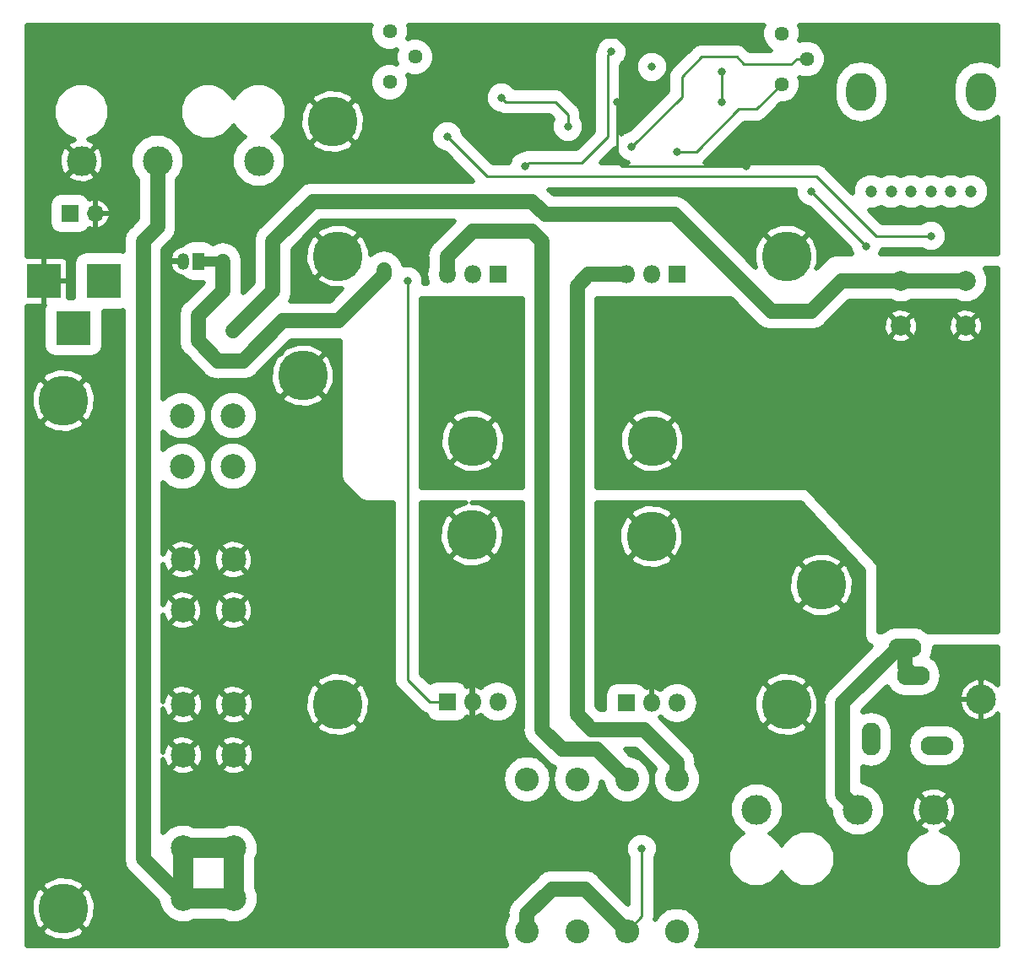
<source format=gbr>
G04 #@! TF.GenerationSoftware,KiCad,Pcbnew,(5.0.0)*
G04 #@! TF.CreationDate,2019-12-04T17:10:26-05:00*
G04 #@! TF.ProjectId,Audio Amp,417564696F20416D702E6B696361645F,rev?*
G04 #@! TF.SameCoordinates,Original*
G04 #@! TF.FileFunction,Copper,L2,Bot,Signal*
G04 #@! TF.FilePolarity,Positive*
%FSLAX46Y46*%
G04 Gerber Fmt 4.6, Leading zero omitted, Abs format (unit mm)*
G04 Created by KiCad (PCBNEW (5.0.0)) date 12/04/19 17:10:26*
%MOMM*%
%LPD*%
G01*
G04 APERTURE LIST*
G04 #@! TA.AperFunction,ComponentPad*
%ADD10O,1.800000X1.800000*%
G04 #@! TD*
G04 #@! TA.AperFunction,ComponentPad*
%ADD11R,1.800000X1.800000*%
G04 #@! TD*
G04 #@! TA.AperFunction,ComponentPad*
%ADD12C,5.000000*%
G04 #@! TD*
G04 #@! TA.AperFunction,ComponentPad*
%ADD13C,2.400000*%
G04 #@! TD*
G04 #@! TA.AperFunction,ComponentPad*
%ADD14O,2.400000X2.400000*%
G04 #@! TD*
G04 #@! TA.AperFunction,ComponentPad*
%ADD15C,2.000000*%
G04 #@! TD*
G04 #@! TA.AperFunction,ComponentPad*
%ADD16C,3.000000*%
G04 #@! TD*
G04 #@! TA.AperFunction,ComponentPad*
%ADD17O,3.000000X3.800000*%
G04 #@! TD*
G04 #@! TA.AperFunction,ComponentPad*
%ADD18C,1.200000*%
G04 #@! TD*
G04 #@! TA.AperFunction,ComponentPad*
%ADD19C,2.500000*%
G04 #@! TD*
G04 #@! TA.AperFunction,ComponentPad*
%ADD20O,1.200000X1.700000*%
G04 #@! TD*
G04 #@! TA.AperFunction,ComponentPad*
%ADD21R,1.200000X1.700000*%
G04 #@! TD*
G04 #@! TA.AperFunction,ComponentPad*
%ADD22O,3.000000X3.000000*%
G04 #@! TD*
G04 #@! TA.AperFunction,ComponentPad*
%ADD23O,3.300000X1.900000*%
G04 #@! TD*
G04 #@! TA.AperFunction,ComponentPad*
%ADD24O,1.900000X3.300000*%
G04 #@! TD*
G04 #@! TA.AperFunction,ComponentPad*
%ADD25R,3.500000X3.500000*%
G04 #@! TD*
G04 #@! TA.AperFunction,ComponentPad*
%ADD26C,1.440000*%
G04 #@! TD*
G04 #@! TA.AperFunction,ComponentPad*
%ADD27O,1.700000X1.700000*%
G04 #@! TD*
G04 #@! TA.AperFunction,ComponentPad*
%ADD28R,1.700000X1.700000*%
G04 #@! TD*
G04 #@! TA.AperFunction,ViaPad*
%ADD29C,0.800000*%
G04 #@! TD*
G04 #@! TA.AperFunction,Conductor*
%ADD30C,0.250000*%
G04 #@! TD*
G04 #@! TA.AperFunction,Conductor*
%ADD31C,1.500000*%
G04 #@! TD*
G04 #@! TA.AperFunction,Conductor*
%ADD32C,2.000000*%
G04 #@! TD*
G04 #@! TA.AperFunction,Conductor*
%ADD33C,1.000000*%
G04 #@! TD*
G04 #@! TA.AperFunction,Conductor*
%ADD34C,0.500000*%
G04 #@! TD*
G04 APERTURE END LIST*
D10*
G04 #@! TO.P,Q2,3*
G04 #@! TO.N,Net-(Q2-Pad3)*
X104460000Y-110340000D03*
G04 #@! TO.P,Q2,2*
G04 #@! TO.N,+12V*
X107000000Y-110340000D03*
D11*
G04 #@! TO.P,Q2,1*
G04 #@! TO.N,Net-(Q1-Pad3)*
X109540000Y-110340000D03*
D12*
G04 #@! TO.P,Q2,2*
G04 #@! TO.N,+12V*
X107040000Y-127040000D03*
G04 #@! TD*
D10*
G04 #@! TO.P,Q3,3*
G04 #@! TO.N,Net-(Q3-Pad3)*
X109540000Y-153360000D03*
G04 #@! TO.P,Q3,2*
G04 #@! TO.N,GND*
X107000000Y-153360000D03*
D11*
G04 #@! TO.P,Q3,1*
G04 #@! TO.N,Net-(Q1-Pad2)*
X104460000Y-153360000D03*
D12*
G04 #@! TO.P,Q3,2*
G04 #@! TO.N,GND*
X106960000Y-136660000D03*
G04 #@! TD*
D10*
G04 #@! TO.P,Q5,3*
G04 #@! TO.N,Net-(Q5-Pad3)*
X86460000Y-110340000D03*
G04 #@! TO.P,Q5,2*
G04 #@! TO.N,+12V*
X89000000Y-110340000D03*
D11*
G04 #@! TO.P,Q5,1*
G04 #@! TO.N,Net-(Q4-Pad3)*
X91540000Y-110340000D03*
D12*
G04 #@! TO.P,Q5,2*
G04 #@! TO.N,+12V*
X89040000Y-127040000D03*
G04 #@! TD*
D10*
G04 #@! TO.P,Q6,3*
G04 #@! TO.N,Net-(Q6-Pad3)*
X91540000Y-153210000D03*
G04 #@! TO.P,Q6,2*
G04 #@! TO.N,GND*
X89000000Y-153210000D03*
D11*
G04 #@! TO.P,Q6,1*
G04 #@! TO.N,Net-(Q4-Pad2)*
X86460000Y-153210000D03*
D12*
G04 #@! TO.P,Q6,2*
G04 #@! TO.N,GND*
X88960000Y-136510000D03*
G04 #@! TD*
D13*
G04 #@! TO.P,R9,1*
G04 #@! TO.N,Net-(Q2-Pad3)*
X109500000Y-161000000D03*
D14*
G04 #@! TO.P,R9,2*
G04 #@! TO.N,Net-(C14-Pad1)*
X109500000Y-176240000D03*
G04 #@! TD*
D13*
G04 #@! TO.P,R10,1*
G04 #@! TO.N,Net-(C14-Pad1)*
X99500000Y-176240000D03*
D14*
G04 #@! TO.P,R10,2*
G04 #@! TO.N,Net-(Q3-Pad3)*
X99500000Y-161000000D03*
G04 #@! TD*
D13*
G04 #@! TO.P,R19,1*
G04 #@! TO.N,Net-(Q5-Pad3)*
X104500000Y-161000000D03*
D14*
G04 #@! TO.P,R19,2*
G04 #@! TO.N,Net-(C12-Pad1)*
X104500000Y-176240000D03*
G04 #@! TD*
D13*
G04 #@! TO.P,R20,1*
G04 #@! TO.N,Net-(C12-Pad1)*
X94500000Y-176240000D03*
D14*
G04 #@! TO.P,R20,2*
G04 #@! TO.N,Net-(Q6-Pad3)*
X94500000Y-161000000D03*
G04 #@! TD*
D15*
G04 #@! TO.P,SW1,2*
G04 #@! TO.N,+12V*
X132000000Y-115500000D03*
G04 #@! TO.P,SW1,1*
G04 #@! TO.N,Net-(F1-Pad1)*
X132000000Y-111000000D03*
G04 #@! TO.P,SW1,2*
G04 #@! TO.N,+12V*
X138500000Y-115500000D03*
G04 #@! TO.P,SW1,1*
G04 #@! TO.N,Net-(F1-Pad1)*
X138500000Y-111000000D03*
G04 #@! TD*
D16*
G04 #@! TO.P,J3,S*
G04 #@! TO.N,GND*
X135280000Y-164045000D03*
G04 #@! TO.P,J3,R*
G04 #@! TO.N,CHANNEL_B*
X127660000Y-164045000D03*
G04 #@! TO.P,J3,T*
G04 #@! TO.N,CHANNEL_A*
X117500000Y-164045000D03*
G04 #@! TD*
G04 #@! TO.P,J4,S*
G04 #@! TO.N,GND*
X49800000Y-98955000D03*
G04 #@! TO.P,J4,R*
G04 #@! TO.N,OUTPUT_B*
X57420000Y-98955000D03*
G04 #@! TO.P,J4,T*
G04 #@! TO.N,OUTPUT_A*
X67580000Y-98955000D03*
G04 #@! TD*
D17*
G04 #@! TO.P,RV2,GND*
G04 #@! TO.N,N/C*
X128000000Y-92000000D03*
X140000000Y-92000000D03*
D18*
G04 #@! TO.P,RV2,2*
G04 #@! TO.N,Net-(C12-Pad1)*
X129000000Y-102000000D03*
G04 #@! TO.P,RV2,1*
G04 #@! TO.N,Net-(R13-Pad1)*
X131000000Y-102000000D03*
G04 #@! TO.P,RV2,3*
G04 #@! TO.N,N/C*
X139000000Y-102000000D03*
G04 #@! TO.P,RV2,6*
X137000000Y-102000000D03*
G04 #@! TO.P,RV2,5*
G04 #@! TO.N,Net-(C14-Pad1)*
X135000000Y-102000000D03*
G04 #@! TO.P,RV2,4*
G04 #@! TO.N,Net-(R3-Pad1)*
X133000000Y-102000000D03*
G04 #@! TD*
D19*
G04 #@! TO.P,BANANA1,1*
G04 #@! TO.N,OUTPUT_B*
X60000000Y-173000000D03*
X65080000Y-173000000D03*
X65080000Y-167920000D03*
X60000000Y-167920000D03*
G04 #@! TD*
G04 #@! TO.P,BANANA2,1*
G04 #@! TO.N,OUTPUT_A*
X59920000Y-129580000D03*
X65000000Y-129580000D03*
X65000000Y-124500000D03*
X59920000Y-124500000D03*
G04 #@! TD*
G04 #@! TO.P,BANANA3,1*
G04 #@! TO.N,GND*
X60000000Y-158580000D03*
X65080000Y-158580000D03*
X65080000Y-153500000D03*
X60000000Y-153500000D03*
G04 #@! TD*
G04 #@! TO.P,BANANA4,1*
G04 #@! TO.N,GND*
X59960000Y-144040000D03*
X65040000Y-144040000D03*
X65040000Y-138960000D03*
X59960000Y-138960000D03*
G04 #@! TD*
D12*
G04 #@! TO.P,HEATSINK1,3*
G04 #@! TO.N,GND*
X120500000Y-153500000D03*
X75500000Y-153500000D03*
X75500000Y-108500000D03*
X120500000Y-108500000D03*
G04 #@! TO.P,HEATSINK1,2*
X72000000Y-120500000D03*
G04 #@! TO.P,HEATSINK1,1*
X124000000Y-141500000D03*
G04 #@! TD*
D20*
G04 #@! TO.P,J5,2*
G04 #@! TO.N,GND*
X60000000Y-109000000D03*
D21*
G04 #@! TO.P,J5,1*
G04 #@! TO.N,Net-(C10-Pad2)*
X61500000Y-109000000D03*
G04 #@! TD*
D22*
G04 #@! TO.P,J2,1*
G04 #@! TO.N,GND*
X140000000Y-153000000D03*
D23*
G04 #@! TO.P,J2,2*
G04 #@! TO.N,CHANNEL_B*
X133200000Y-150600000D03*
X132400000Y-147800000D03*
D24*
G04 #@! TO.P,J2,3*
G04 #@! TO.N,CHANNEL_A*
X129000000Y-157000000D03*
D23*
X135600000Y-157600000D03*
G04 #@! TD*
D25*
G04 #@! TO.P,J1,3*
G04 #@! TO.N,N/C*
X49000000Y-115700000D03*
G04 #@! TO.P,J1,2*
G04 #@! TO.N,GND*
X46000000Y-111000000D03*
G04 #@! TO.P,J1,1*
G04 #@! TO.N,Net-(F1-Pad2)*
X52000000Y-111000000D03*
G04 #@! TD*
D26*
G04 #@! TO.P,RV1,1*
G04 #@! TO.N,Net-(C4-Pad1)*
X120000000Y-91250000D03*
G04 #@! TO.P,RV1,2*
G04 #@! TO.N,Net-(R3-Pad1)*
X122540000Y-88710000D03*
G04 #@! TO.P,RV1,3*
G04 #@! TO.N,N/C*
X120000000Y-86170000D03*
G04 #@! TD*
G04 #@! TO.P,RV3,1*
G04 #@! TO.N,Net-(C7-Pad1)*
X80710000Y-91040000D03*
G04 #@! TO.P,RV3,2*
G04 #@! TO.N,Net-(R13-Pad1)*
X83250000Y-88500000D03*
G04 #@! TO.P,RV3,3*
G04 #@! TO.N,N/C*
X80710000Y-85960000D03*
G04 #@! TD*
D12*
G04 #@! TO.P,MNT1,1*
G04 #@! TO.N,GND*
X48000000Y-123000000D03*
G04 #@! TD*
G04 #@! TO.P,MNT2,1*
G04 #@! TO.N,GND*
X75000000Y-95000000D03*
G04 #@! TD*
G04 #@! TO.P,MNT3,1*
G04 #@! TO.N,GND*
X48000000Y-174000000D03*
G04 #@! TD*
D27*
G04 #@! TO.P,POWERIN1,2*
G04 #@! TO.N,GND*
X51190000Y-104250000D03*
D28*
G04 #@! TO.P,POWERIN1,1*
G04 #@! TO.N,Net-(F1-Pad2)*
X48650000Y-104250000D03*
G04 #@! TD*
D29*
G04 #@! TO.N,+12V*
X92500000Y-125000000D03*
X92500000Y-122500000D03*
X92500000Y-120000000D03*
X92500000Y-117500000D03*
X92500000Y-115000000D03*
X102500000Y-125000000D03*
X102500000Y-122500000D03*
X102500000Y-120000000D03*
X102500000Y-117500000D03*
X102500000Y-115000000D03*
X102950000Y-88000000D03*
X94275000Y-99500000D03*
X107000000Y-89500000D03*
X114000000Y-93000000D03*
X114000000Y-90000000D03*
X138100000Y-131500000D03*
X138000000Y-126500000D03*
X141000000Y-129000000D03*
X139000000Y-126500000D03*
X140000000Y-126500000D03*
X141000000Y-127000000D03*
X141000000Y-128000000D03*
X139000000Y-131500000D03*
X140000000Y-131500000D03*
X141000000Y-130000000D03*
X141000000Y-131000000D03*
X117500000Y-117500000D03*
X117500000Y-120000000D03*
X117500000Y-122500000D03*
X117500000Y-125000000D03*
X120000000Y-125000000D03*
X120000000Y-122500000D03*
X120000000Y-120000000D03*
X120000000Y-117500000D03*
X130000000Y-121000000D03*
X130000000Y-120000000D03*
X130000000Y-119000000D03*
X130000000Y-118000000D03*
X130000000Y-117000000D03*
X139000000Y-121000000D03*
X139000000Y-120000000D03*
X139000000Y-119000000D03*
X139000000Y-118000000D03*
G04 #@! TO.N,GND*
X103500000Y-93000000D03*
X116500000Y-99500000D03*
X94000000Y-86500000D03*
X86494999Y-87005001D03*
G04 #@! TO.N,Net-(C4-Pad1)*
X109500000Y-98000000D03*
G04 #@! TO.N,CHANNEL_A*
X128500000Y-107500000D03*
X123000000Y-102000000D03*
G04 #@! TO.N,CHANNEL_B*
X135000000Y-106500000D03*
X86500000Y-96500000D03*
G04 #@! TO.N,Net-(Q4-Pad2)*
X82500000Y-111000000D03*
G04 #@! TO.N,Net-(R3-Pad1)*
X105000000Y-97500000D03*
G04 #@! TO.N,Net-(R13-Pad1)*
X91950000Y-92600000D03*
X98600000Y-95500000D03*
G04 #@! TO.N,Net-(F1-Pad1)*
X65000000Y-116000000D03*
G04 #@! TO.N,Net-(C12-Pad1)*
X106000000Y-168000000D03*
G04 #@! TO.N,Net-(C10-Pad2)*
X80150000Y-109850000D03*
G04 #@! TD*
D30*
G04 #@! TO.N,+12V*
X94500000Y-99500000D02*
X94275000Y-99500000D01*
X114000000Y-90000000D02*
X114000000Y-93000000D01*
X94674999Y-99100001D02*
X94275000Y-99500000D01*
X99999999Y-99100001D02*
X94674999Y-99100001D01*
X102550001Y-96549999D02*
X99999999Y-99100001D01*
X102550001Y-88399999D02*
X102550001Y-96549999D01*
X102950000Y-88000000D02*
X102550001Y-88399999D01*
G04 #@! TO.N,GND*
X103500000Y-93000000D02*
X103500000Y-97073002D01*
X103500000Y-97073002D02*
X103500000Y-99000000D01*
X103500000Y-99000000D02*
X104000000Y-99500000D01*
X104000000Y-99500000D02*
X116500000Y-99500000D01*
X103500000Y-93000000D02*
X105000000Y-91500000D01*
X105000000Y-91500000D02*
X105000000Y-88000000D01*
X103500000Y-86500000D02*
X94000000Y-86500000D01*
X105000000Y-88000000D02*
X103500000Y-86500000D01*
X87000000Y-86500000D02*
X86494999Y-87005001D01*
X94000000Y-86500000D02*
X87000000Y-86500000D01*
G04 #@! TO.N,Net-(C4-Pad1)*
X111500000Y-98000000D02*
X109500000Y-98000000D01*
X117500000Y-93750000D02*
X120000000Y-91250000D01*
X115750000Y-93750000D02*
X117500000Y-93750000D01*
X115750000Y-93750000D02*
X111500000Y-98000000D01*
G04 #@! TO.N,CHANNEL_A*
X128500000Y-107500000D02*
X123000000Y-102000000D01*
D31*
G04 #@! TO.N,CHANNEL_B*
X131700000Y-147800000D02*
X132400000Y-147800000D01*
X126160001Y-153339999D02*
X131700000Y-147800000D01*
X126160001Y-162545001D02*
X126160001Y-153339999D01*
X127660000Y-164045000D02*
X126160001Y-162545001D01*
X132400000Y-149800000D02*
X133200000Y-150600000D01*
X132400000Y-147800000D02*
X132400000Y-149800000D01*
D30*
X90500000Y-100500000D02*
X86500000Y-96500000D01*
X123500000Y-100500000D02*
X90500000Y-100500000D01*
X129500000Y-106500000D02*
X123500000Y-100500000D01*
X135000000Y-106500000D02*
X129500000Y-106500000D01*
D31*
G04 #@! TO.N,OUTPUT_B*
X57420000Y-98955000D02*
X57420000Y-105580000D01*
X57420000Y-105580000D02*
X56000000Y-107000000D01*
X56000000Y-169000000D02*
X60000000Y-173000000D01*
X56000000Y-107000000D02*
X56000000Y-169000000D01*
D32*
X60000000Y-167920000D02*
X65080000Y-167920000D01*
X65080000Y-173000000D02*
X60000000Y-173000000D01*
X60000000Y-167920000D02*
X60000000Y-173000000D01*
X65080000Y-173000000D02*
X65080000Y-167920000D01*
D31*
G04 #@! TO.N,Net-(Q2-Pad3)*
X100660000Y-110340000D02*
X104460000Y-110340000D01*
X109500000Y-159302944D02*
X106197056Y-156000000D01*
X109500000Y-161000000D02*
X109500000Y-159302944D01*
X106197056Y-156000000D02*
X101000000Y-156000000D01*
X101000000Y-156000000D02*
X99500000Y-154500000D01*
X99500000Y-154500000D02*
X99500000Y-111500000D01*
X99500000Y-111500000D02*
X100660000Y-110340000D01*
D30*
G04 #@! TO.N,Net-(Q4-Pad2)*
X82500000Y-111000000D02*
X82500000Y-151000000D01*
X84710000Y-153210000D02*
X86460000Y-153210000D01*
X82500000Y-151000000D02*
X84710000Y-153210000D01*
D31*
G04 #@! TO.N,Net-(Q5-Pad3)*
X101500000Y-158000000D02*
X103500000Y-160000000D01*
X98000000Y-158000000D02*
X101500000Y-158000000D01*
X86460000Y-108540000D02*
X89000000Y-106000000D01*
X89000000Y-106000000D02*
X95000000Y-106000000D01*
X95000000Y-106000000D02*
X96000000Y-107000000D01*
X86460000Y-110340000D02*
X86460000Y-108540000D01*
X96000000Y-107000000D02*
X96000000Y-156000000D01*
X103500000Y-160000000D02*
X104500000Y-161000000D01*
X96000000Y-156000000D02*
X98000000Y-158000000D01*
D30*
G04 #@! TO.N,Net-(R3-Pad1)*
X122540000Y-88710000D02*
X121521767Y-88710000D01*
X121521767Y-88710000D02*
X120981767Y-89250000D01*
X120981767Y-89250000D02*
X116250000Y-89250000D01*
X116250000Y-89250000D02*
X115500000Y-88500000D01*
X115500000Y-88500000D02*
X114000000Y-88500000D01*
X114000000Y-88500000D02*
X112000000Y-88500000D01*
X112000000Y-88500000D02*
X110000000Y-90500000D01*
X110000000Y-90500000D02*
X110000000Y-92500000D01*
X105000000Y-97500000D02*
X110000000Y-92500000D01*
G04 #@! TO.N,Net-(R13-Pad1)*
X92349999Y-92999999D02*
X97299999Y-92999999D01*
X91950000Y-92600000D02*
X92349999Y-92999999D01*
X97299999Y-92999999D02*
X98600000Y-94300000D01*
X98600000Y-94300000D02*
X98600000Y-95500000D01*
D31*
G04 #@! TO.N,Net-(F1-Pad1)*
X138500000Y-111000000D02*
X132000000Y-111000000D01*
X132000000Y-111000000D02*
X126000000Y-111000000D01*
X126000000Y-111000000D02*
X123000000Y-114000000D01*
X123000000Y-114000000D02*
X119000000Y-114000000D01*
X119000000Y-114000000D02*
X111000000Y-106000000D01*
X109299990Y-104299990D02*
X96299990Y-104299990D01*
X111000000Y-106000000D02*
X109299990Y-104299990D01*
X96299990Y-104299990D02*
X95000000Y-103000000D01*
X95000000Y-103000000D02*
X73000000Y-103000000D01*
X73000000Y-103000000D02*
X69000000Y-107000000D01*
X69000000Y-107000000D02*
X69000000Y-112000000D01*
X69000000Y-112000000D02*
X65000000Y-116000000D01*
G04 #@! TO.N,Net-(C12-Pad1)*
X94500000Y-176240000D02*
X94500000Y-174500000D01*
X94500000Y-174500000D02*
X97000000Y-172000000D01*
X100260000Y-172000000D02*
X104500000Y-176240000D01*
X97000000Y-172000000D02*
X100260000Y-172000000D01*
D30*
X106000000Y-174740000D02*
X104500000Y-176240000D01*
X106000000Y-168000000D02*
X106000000Y-174740000D01*
D31*
G04 #@! TO.N,Net-(C10-Pad2)*
X80150000Y-110415685D02*
X75565685Y-115000000D01*
X80150000Y-109850000D02*
X80150000Y-110415685D01*
X75565685Y-115000000D02*
X70000000Y-115000000D01*
X70000000Y-115000000D02*
X66000000Y-119000000D01*
X66000000Y-119000000D02*
X63500000Y-119000000D01*
X63500000Y-119000000D02*
X61500000Y-117000000D01*
X61500000Y-117000000D02*
X61500000Y-114500000D01*
D33*
X64000000Y-109000000D02*
X61550010Y-109000000D01*
D31*
X64000000Y-109000000D02*
X64000000Y-112000000D01*
X61500000Y-114500000D02*
X64000000Y-112000000D01*
G04 #@! TD*
D34*
G04 #@! TO.N,GND*
G36*
X78740000Y-85568143D02*
X78740000Y-86351857D01*
X79039914Y-87075916D01*
X79594084Y-87630086D01*
X80318143Y-87930000D01*
X81101857Y-87930000D01*
X81405965Y-87804035D01*
X81280000Y-88108143D01*
X81280000Y-88891857D01*
X81405965Y-89195965D01*
X81101857Y-89070000D01*
X80318143Y-89070000D01*
X79594084Y-89369914D01*
X79039914Y-89924084D01*
X78740000Y-90648143D01*
X78740000Y-91431857D01*
X79039914Y-92155916D01*
X79594084Y-92710086D01*
X80318143Y-93010000D01*
X81101857Y-93010000D01*
X81825916Y-92710086D01*
X82264207Y-92271795D01*
X90300000Y-92271795D01*
X90300000Y-92928205D01*
X90551198Y-93534650D01*
X91015350Y-93998802D01*
X91621795Y-94250000D01*
X91745825Y-94250000D01*
X91813501Y-94295220D01*
X92214577Y-94374999D01*
X92214582Y-94374999D01*
X92349998Y-94401935D01*
X92485415Y-94374999D01*
X96730456Y-94374999D01*
X97119073Y-94763617D01*
X96950000Y-95171795D01*
X96950000Y-95828205D01*
X97201198Y-96434650D01*
X97665350Y-96898802D01*
X98271795Y-97150000D01*
X98928205Y-97150000D01*
X99534650Y-96898802D01*
X99998802Y-96434650D01*
X100250000Y-95828205D01*
X100250000Y-95171795D01*
X99998802Y-94565350D01*
X99975000Y-94541548D01*
X99975000Y-94435416D01*
X100001936Y-94299999D01*
X99975000Y-94164582D01*
X99975000Y-94164578D01*
X99895221Y-93763502D01*
X99842032Y-93683899D01*
X99668029Y-93423485D01*
X99668026Y-93423482D01*
X99591318Y-93308681D01*
X99476518Y-93231974D01*
X98368028Y-92123485D01*
X98291318Y-92008680D01*
X97836497Y-91704778D01*
X97435421Y-91624999D01*
X97435416Y-91624999D01*
X97299999Y-91598063D01*
X97164582Y-91624999D01*
X93308451Y-91624999D01*
X92884650Y-91201198D01*
X92278205Y-90950000D01*
X91621795Y-90950000D01*
X91015350Y-91201198D01*
X90551198Y-91665350D01*
X90300000Y-92271795D01*
X82264207Y-92271795D01*
X82380086Y-92155916D01*
X82680000Y-91431857D01*
X82680000Y-90648143D01*
X82554035Y-90344035D01*
X82858143Y-90470000D01*
X83641857Y-90470000D01*
X84365916Y-90170086D01*
X84920086Y-89615916D01*
X85220000Y-88891857D01*
X85220000Y-88108143D01*
X84920086Y-87384084D01*
X84365916Y-86829914D01*
X83641857Y-86530000D01*
X82858143Y-86530000D01*
X82554035Y-86655965D01*
X82680000Y-86351857D01*
X82680000Y-85568143D01*
X82579287Y-85325000D01*
X118217697Y-85325000D01*
X118030000Y-85778143D01*
X118030000Y-86561857D01*
X118329914Y-87285916D01*
X118884084Y-87840086D01*
X118968374Y-87875000D01*
X116819543Y-87875000D01*
X116568030Y-87623487D01*
X116491319Y-87508681D01*
X116036498Y-87204779D01*
X115635422Y-87125000D01*
X115635417Y-87125000D01*
X115500000Y-87098064D01*
X115364583Y-87125000D01*
X112135416Y-87125000D01*
X111999999Y-87098064D01*
X111864582Y-87125000D01*
X111864578Y-87125000D01*
X111463502Y-87204779D01*
X111463500Y-87204780D01*
X111463501Y-87204780D01*
X111123485Y-87431971D01*
X111123484Y-87431972D01*
X111008681Y-87508681D01*
X110931972Y-87623484D01*
X109123484Y-89431972D01*
X109008681Y-89508682D01*
X108704779Y-89963503D01*
X108625000Y-90364579D01*
X108625000Y-90364583D01*
X108598064Y-90500000D01*
X108625000Y-90635417D01*
X108625001Y-91930456D01*
X104705457Y-95850000D01*
X104671795Y-95850000D01*
X104065350Y-96101198D01*
X103925001Y-96241547D01*
X103925001Y-89358451D01*
X104111657Y-89171795D01*
X105350000Y-89171795D01*
X105350000Y-89828205D01*
X105601198Y-90434650D01*
X106065350Y-90898802D01*
X106671795Y-91150000D01*
X107328205Y-91150000D01*
X107934650Y-90898802D01*
X108398802Y-90434650D01*
X108650000Y-89828205D01*
X108650000Y-89171795D01*
X108398802Y-88565350D01*
X107934650Y-88101198D01*
X107328205Y-87850000D01*
X106671795Y-87850000D01*
X106065350Y-88101198D01*
X105601198Y-88565350D01*
X105350000Y-89171795D01*
X104111657Y-89171795D01*
X104348802Y-88934650D01*
X104600000Y-88328205D01*
X104600000Y-87671795D01*
X104348802Y-87065350D01*
X103884650Y-86601198D01*
X103278205Y-86350000D01*
X102621795Y-86350000D01*
X102015350Y-86601198D01*
X101551198Y-87065350D01*
X101300000Y-87671795D01*
X101300000Y-87795826D01*
X101254780Y-87863502D01*
X101175001Y-88264578D01*
X101175001Y-88264582D01*
X101148065Y-88399999D01*
X101175001Y-88535416D01*
X101175002Y-95980454D01*
X99430456Y-97725001D01*
X94810415Y-97725001D01*
X94674998Y-97698065D01*
X94539582Y-97725001D01*
X94539577Y-97725001D01*
X94138501Y-97804780D01*
X94070825Y-97850000D01*
X93946795Y-97850000D01*
X93340350Y-98101198D01*
X92876198Y-98565350D01*
X92644383Y-99125000D01*
X91069544Y-99125000D01*
X88150000Y-96205457D01*
X88150000Y-96171795D01*
X87898802Y-95565350D01*
X87434650Y-95101198D01*
X86828205Y-94850000D01*
X86171795Y-94850000D01*
X85565350Y-95101198D01*
X85101198Y-95565350D01*
X84850000Y-96171795D01*
X84850000Y-96828205D01*
X85101198Y-97434650D01*
X85565350Y-97898802D01*
X86171795Y-98150000D01*
X86205457Y-98150000D01*
X89055456Y-101000000D01*
X73196976Y-101000000D01*
X72999999Y-100960819D01*
X72803022Y-101000000D01*
X72803018Y-101000000D01*
X72219639Y-101116041D01*
X71964772Y-101286338D01*
X71829815Y-101376514D01*
X71558081Y-101558081D01*
X71446501Y-101725072D01*
X67725075Y-105446499D01*
X67558081Y-105558081D01*
X67116041Y-106219640D01*
X67000000Y-106803019D01*
X67000000Y-106803023D01*
X66960819Y-107000000D01*
X67000000Y-107196977D01*
X67000001Y-111171572D01*
X66006308Y-112165266D01*
X66039181Y-112000000D01*
X66000000Y-111803023D01*
X66000000Y-108803018D01*
X65883959Y-108219639D01*
X65441919Y-107558081D01*
X64780360Y-107116041D01*
X64000000Y-106960818D01*
X63219639Y-107116041D01*
X63019156Y-107250000D01*
X63002000Y-107250000D01*
X63001199Y-107248801D01*
X62587725Y-106972527D01*
X62100000Y-106875512D01*
X60900000Y-106875512D01*
X60412275Y-106972527D01*
X59998801Y-107248801D01*
X59853612Y-107466091D01*
X59783612Y-107409351D01*
X59484011Y-107493840D01*
X59042577Y-107786920D01*
X58746902Y-108226620D01*
X58642000Y-108746000D01*
X58642000Y-108996000D01*
X59625512Y-108996000D01*
X59625512Y-109004000D01*
X58642000Y-109004000D01*
X58642000Y-109254000D01*
X58746902Y-109773380D01*
X59042577Y-110213080D01*
X59484011Y-110506160D01*
X59783612Y-110590649D01*
X59853612Y-110533909D01*
X59998801Y-110751199D01*
X60412275Y-111027473D01*
X60900000Y-111124488D01*
X62000001Y-111124488D01*
X62000001Y-111171573D01*
X60225073Y-112946501D01*
X60058082Y-113058081D01*
X59946502Y-113225072D01*
X59946500Y-113225074D01*
X59616042Y-113719639D01*
X59460819Y-114500000D01*
X59500001Y-114696981D01*
X59500000Y-116803023D01*
X59460819Y-117000000D01*
X59500000Y-117196977D01*
X59500000Y-117196981D01*
X59616041Y-117780360D01*
X60058081Y-118441919D01*
X60225075Y-118553501D01*
X61946500Y-120274927D01*
X62058081Y-120441919D01*
X62719639Y-120883959D01*
X63303018Y-121000000D01*
X63303022Y-121000000D01*
X63499999Y-121039181D01*
X63696976Y-121000000D01*
X65803023Y-121000000D01*
X66000000Y-121039181D01*
X66196977Y-121000000D01*
X66196982Y-121000000D01*
X66780361Y-120883959D01*
X67441919Y-120441919D01*
X67553501Y-120274925D01*
X69661383Y-118167043D01*
X69782281Y-118287941D01*
X69310235Y-118550716D01*
X68769023Y-119728425D01*
X68719697Y-121023599D01*
X69169768Y-122239061D01*
X69310235Y-122449284D01*
X69782283Y-122712060D01*
X71994343Y-120500000D01*
X72005657Y-120500000D01*
X74217717Y-122712060D01*
X74689765Y-122449284D01*
X75230977Y-121271575D01*
X75280303Y-119976401D01*
X74830232Y-118760939D01*
X74689765Y-118550716D01*
X74217717Y-118287940D01*
X72005657Y-120500000D01*
X71994343Y-120500000D01*
X71980201Y-120485858D01*
X71985858Y-120480201D01*
X72000000Y-120494343D01*
X74212060Y-118282283D01*
X73949284Y-117810235D01*
X72771575Y-117269023D01*
X71476401Y-117219697D01*
X70260939Y-117669768D01*
X70050716Y-117810235D01*
X69787941Y-118282281D01*
X69667043Y-118161383D01*
X70828427Y-117000000D01*
X75368708Y-117000000D01*
X75565685Y-117039181D01*
X75750000Y-117002519D01*
X75750000Y-130500000D01*
X75845151Y-130978354D01*
X76116117Y-131383883D01*
X77616117Y-132883883D01*
X78021646Y-133154849D01*
X78500000Y-133250000D01*
X81125001Y-133250000D01*
X81125001Y-150864578D01*
X81098064Y-151000000D01*
X81125001Y-151135422D01*
X81188776Y-151456040D01*
X81204780Y-151536498D01*
X81431971Y-151876514D01*
X81431973Y-151876516D01*
X81508682Y-151991319D01*
X81623485Y-152068028D01*
X83641970Y-154086513D01*
X83718681Y-154201319D01*
X84173502Y-154505221D01*
X84371980Y-154544701D01*
X84382527Y-154597725D01*
X84658801Y-155011199D01*
X85072275Y-155287473D01*
X85560000Y-155384488D01*
X87360000Y-155384488D01*
X87847725Y-155287473D01*
X88261199Y-155011199D01*
X88443700Y-154738067D01*
X88736682Y-154846957D01*
X88996000Y-154678495D01*
X88996000Y-153214000D01*
X88976000Y-153214000D01*
X88976000Y-153206000D01*
X88996000Y-153206000D01*
X88996000Y-151741505D01*
X89004000Y-151741505D01*
X89004000Y-153206000D01*
X89024000Y-153206000D01*
X89024000Y-153214000D01*
X89004000Y-153214000D01*
X89004000Y-154678495D01*
X89263318Y-154846957D01*
X89869710Y-154621584D01*
X89886801Y-154605709D01*
X89989937Y-154760063D01*
X90701112Y-155235255D01*
X91328248Y-155360000D01*
X91751752Y-155360000D01*
X92378888Y-155235255D01*
X93090063Y-154760063D01*
X93565255Y-154048888D01*
X93732120Y-153210000D01*
X93565255Y-152371112D01*
X93090063Y-151659937D01*
X92378888Y-151184745D01*
X91751752Y-151060000D01*
X91328248Y-151060000D01*
X90701112Y-151184745D01*
X89989937Y-151659937D01*
X89886801Y-151814291D01*
X89869710Y-151798416D01*
X89263318Y-151573043D01*
X89004000Y-151741505D01*
X88996000Y-151741505D01*
X88736682Y-151573043D01*
X88443700Y-151681933D01*
X88261199Y-151408801D01*
X87847725Y-151132527D01*
X87360000Y-151035512D01*
X85560000Y-151035512D01*
X85072275Y-151132527D01*
X84775421Y-151330878D01*
X83875000Y-150430457D01*
X83875000Y-138727717D01*
X86747940Y-138727717D01*
X87010716Y-139199765D01*
X88188425Y-139740977D01*
X89483599Y-139790303D01*
X90699061Y-139340232D01*
X90909284Y-139199765D01*
X91172060Y-138727717D01*
X88960000Y-136515657D01*
X86747940Y-138727717D01*
X83875000Y-138727717D01*
X83875000Y-137033599D01*
X85679697Y-137033599D01*
X86129768Y-138249061D01*
X86270235Y-138459284D01*
X86742283Y-138722060D01*
X88954343Y-136510000D01*
X88965657Y-136510000D01*
X91177717Y-138722060D01*
X91649765Y-138459284D01*
X92190977Y-137281575D01*
X92240303Y-135986401D01*
X91790232Y-134770939D01*
X91649765Y-134560716D01*
X91177717Y-134297940D01*
X88965657Y-136510000D01*
X88954343Y-136510000D01*
X86742283Y-134297940D01*
X86270235Y-134560716D01*
X85729023Y-135738425D01*
X85679697Y-137033599D01*
X83875000Y-137033599D01*
X83875000Y-133250000D01*
X88381571Y-133250000D01*
X87220939Y-133679768D01*
X87010716Y-133820235D01*
X86747940Y-134292283D01*
X88960000Y-136504343D01*
X91172060Y-134292283D01*
X90909284Y-133820235D01*
X89731575Y-133279023D01*
X88969506Y-133250000D01*
X94000001Y-133250000D01*
X94000001Y-155803018D01*
X93960819Y-156000000D01*
X94116042Y-156780361D01*
X94446500Y-157274926D01*
X94446502Y-157274928D01*
X94558082Y-157441919D01*
X94725073Y-157553499D01*
X96446500Y-159274927D01*
X96558081Y-159441919D01*
X96725072Y-159553499D01*
X96725073Y-159553500D01*
X96933212Y-159692574D01*
X97219639Y-159883959D01*
X97289801Y-159897915D01*
X97192151Y-160044058D01*
X97002002Y-161000000D01*
X97192151Y-161955942D01*
X97733649Y-162766351D01*
X98544058Y-163307849D01*
X99258698Y-163450000D01*
X99741302Y-163450000D01*
X100455942Y-163307849D01*
X101266351Y-162766351D01*
X101807849Y-161955942D01*
X101943841Y-161272267D01*
X102050000Y-161378427D01*
X102050000Y-161487335D01*
X102422991Y-162387813D01*
X103112187Y-163077009D01*
X104012665Y-163450000D01*
X104987335Y-163450000D01*
X105887813Y-163077009D01*
X106577009Y-162387813D01*
X106950000Y-161487335D01*
X106950000Y-160512665D01*
X106577009Y-159612187D01*
X105887813Y-158922991D01*
X104987335Y-158550000D01*
X104878427Y-158550000D01*
X104328427Y-158000000D01*
X105368630Y-158000000D01*
X107293481Y-159924852D01*
X107050000Y-160512665D01*
X107050000Y-161487335D01*
X107422991Y-162387813D01*
X108112187Y-163077009D01*
X109012665Y-163450000D01*
X109987335Y-163450000D01*
X110887813Y-163077009D01*
X111577009Y-162387813D01*
X111950000Y-161487335D01*
X111950000Y-160512665D01*
X111577009Y-159612187D01*
X111500000Y-159535178D01*
X111500000Y-159499920D01*
X111539181Y-159302943D01*
X111500000Y-159105966D01*
X111500000Y-159105963D01*
X111383959Y-158522583D01*
X111112316Y-158116042D01*
X111053500Y-158028017D01*
X111053499Y-158028016D01*
X110941919Y-157861025D01*
X110774927Y-157749445D01*
X108743200Y-155717717D01*
X118287940Y-155717717D01*
X118550716Y-156189765D01*
X119728425Y-156730977D01*
X121023599Y-156780303D01*
X122239061Y-156330232D01*
X122449284Y-156189765D01*
X122712060Y-155717717D01*
X120500000Y-153505657D01*
X118287940Y-155717717D01*
X108743200Y-155717717D01*
X107816750Y-154791267D01*
X107869710Y-154771584D01*
X107886801Y-154755709D01*
X107989937Y-154910063D01*
X108701112Y-155385255D01*
X109328248Y-155510000D01*
X109751752Y-155510000D01*
X110378888Y-155385255D01*
X111090063Y-154910063D01*
X111565255Y-154198888D01*
X111600122Y-154023599D01*
X117219697Y-154023599D01*
X117669768Y-155239061D01*
X117810235Y-155449284D01*
X118282283Y-155712060D01*
X120494343Y-153500000D01*
X120505657Y-153500000D01*
X122717717Y-155712060D01*
X123189765Y-155449284D01*
X123730977Y-154271575D01*
X123780303Y-152976401D01*
X123330232Y-151760939D01*
X123189765Y-151550716D01*
X122717717Y-151287940D01*
X120505657Y-153500000D01*
X120494343Y-153500000D01*
X118282283Y-151287940D01*
X117810235Y-151550716D01*
X117269023Y-152728425D01*
X117219697Y-154023599D01*
X111600122Y-154023599D01*
X111732120Y-153360000D01*
X111565255Y-152521112D01*
X111090063Y-151809937D01*
X110378888Y-151334745D01*
X110115144Y-151282283D01*
X118287940Y-151282283D01*
X120500000Y-153494343D01*
X122712060Y-151282283D01*
X122449284Y-150810235D01*
X121271575Y-150269023D01*
X119976401Y-150219697D01*
X118760939Y-150669768D01*
X118550716Y-150810235D01*
X118287940Y-151282283D01*
X110115144Y-151282283D01*
X109751752Y-151210000D01*
X109328248Y-151210000D01*
X108701112Y-151334745D01*
X107989937Y-151809937D01*
X107886801Y-151964291D01*
X107869710Y-151948416D01*
X107263318Y-151723043D01*
X107004000Y-151891505D01*
X107004000Y-153356000D01*
X107024000Y-153356000D01*
X107024000Y-153364000D01*
X107004000Y-153364000D01*
X107004000Y-153384000D01*
X106996000Y-153384000D01*
X106996000Y-153364000D01*
X106976000Y-153364000D01*
X106976000Y-153356000D01*
X106996000Y-153356000D01*
X106996000Y-151891505D01*
X106736682Y-151723043D01*
X106443700Y-151831933D01*
X106261199Y-151558801D01*
X105847725Y-151282527D01*
X105360000Y-151185512D01*
X103560000Y-151185512D01*
X103072275Y-151282527D01*
X102658801Y-151558801D01*
X102382527Y-151972275D01*
X102285512Y-152460000D01*
X102285512Y-154000000D01*
X101828427Y-154000000D01*
X101500000Y-153671574D01*
X101500000Y-143717717D01*
X121787940Y-143717717D01*
X122050716Y-144189765D01*
X123228425Y-144730977D01*
X124523599Y-144780303D01*
X125739061Y-144330232D01*
X125949284Y-144189765D01*
X126212060Y-143717717D01*
X124000000Y-141505657D01*
X121787940Y-143717717D01*
X101500000Y-143717717D01*
X101500000Y-142023599D01*
X120719697Y-142023599D01*
X121169768Y-143239061D01*
X121310235Y-143449284D01*
X121782283Y-143712060D01*
X123994343Y-141500000D01*
X124005657Y-141500000D01*
X126217717Y-143712060D01*
X126689765Y-143449284D01*
X127230977Y-142271575D01*
X127280303Y-140976401D01*
X126830232Y-139760939D01*
X126689765Y-139550716D01*
X126217717Y-139287940D01*
X124005657Y-141500000D01*
X123994343Y-141500000D01*
X121782283Y-139287940D01*
X121310235Y-139550716D01*
X120769023Y-140728425D01*
X120719697Y-142023599D01*
X101500000Y-142023599D01*
X101500000Y-138877717D01*
X104747940Y-138877717D01*
X105010716Y-139349765D01*
X106188425Y-139890977D01*
X107483599Y-139940303D01*
X108699061Y-139490232D01*
X108909284Y-139349765D01*
X108946849Y-139282283D01*
X121787940Y-139282283D01*
X124000000Y-141494343D01*
X126212060Y-139282283D01*
X125949284Y-138810235D01*
X124771575Y-138269023D01*
X123476401Y-138219697D01*
X122260939Y-138669768D01*
X122050716Y-138810235D01*
X121787940Y-139282283D01*
X108946849Y-139282283D01*
X109172060Y-138877717D01*
X106960000Y-136665657D01*
X104747940Y-138877717D01*
X101500000Y-138877717D01*
X101500000Y-137183599D01*
X103679697Y-137183599D01*
X104129768Y-138399061D01*
X104270235Y-138609284D01*
X104742283Y-138872060D01*
X106954343Y-136660000D01*
X106965657Y-136660000D01*
X109177717Y-138872060D01*
X109649765Y-138609284D01*
X110190977Y-137431575D01*
X110240303Y-136136401D01*
X109790232Y-134920939D01*
X109649765Y-134710716D01*
X109177717Y-134447940D01*
X106965657Y-136660000D01*
X106954343Y-136660000D01*
X104742283Y-134447940D01*
X104270235Y-134710716D01*
X103729023Y-135888425D01*
X103679697Y-137183599D01*
X101500000Y-137183599D01*
X101500000Y-134442283D01*
X104747940Y-134442283D01*
X106960000Y-136654343D01*
X109172060Y-134442283D01*
X108909284Y-133970235D01*
X107731575Y-133429023D01*
X106436401Y-133379697D01*
X105220939Y-133829768D01*
X105010716Y-133970235D01*
X104747940Y-134442283D01*
X101500000Y-134442283D01*
X101500000Y-133250000D01*
X121956810Y-133250000D01*
X128250000Y-139992704D01*
X128250000Y-146500000D01*
X128345151Y-146978354D01*
X128616117Y-147383883D01*
X129018695Y-147652877D01*
X124885074Y-151786500D01*
X124718083Y-151898080D01*
X124606503Y-152065071D01*
X124606501Y-152065073D01*
X124276043Y-152559638D01*
X124120820Y-153339999D01*
X124160002Y-153536981D01*
X124160001Y-162348024D01*
X124120820Y-162545001D01*
X124160001Y-162741978D01*
X124160001Y-162741982D01*
X124276042Y-163325361D01*
X124718082Y-163986920D01*
X124885076Y-164098502D01*
X124910000Y-164123426D01*
X124910000Y-164592009D01*
X125328662Y-165602750D01*
X126102250Y-166376338D01*
X127112991Y-166795000D01*
X128207009Y-166795000D01*
X129217750Y-166376338D01*
X129991338Y-165602750D01*
X130410000Y-164592009D01*
X130410000Y-164409099D01*
X133006737Y-164409099D01*
X133319114Y-165251324D01*
X133415103Y-165394984D01*
X133783244Y-165536099D01*
X135274343Y-164045000D01*
X135285657Y-164045000D01*
X136776756Y-165536099D01*
X137144897Y-165394984D01*
X137519556Y-164578557D01*
X137553263Y-163680901D01*
X137240886Y-162838676D01*
X137144897Y-162695016D01*
X136776756Y-162553901D01*
X135285657Y-164045000D01*
X135274343Y-164045000D01*
X133783244Y-162553901D01*
X133415103Y-162695016D01*
X133040444Y-163511443D01*
X133006737Y-164409099D01*
X130410000Y-164409099D01*
X130410000Y-163497991D01*
X130016603Y-162548244D01*
X133788901Y-162548244D01*
X135280000Y-164039343D01*
X136771099Y-162548244D01*
X136629984Y-162180103D01*
X135813557Y-161805444D01*
X134915901Y-161771737D01*
X134073676Y-162084114D01*
X133930016Y-162180103D01*
X133788901Y-162548244D01*
X130016603Y-162548244D01*
X129991338Y-162487250D01*
X129217750Y-161713662D01*
X128207009Y-161295000D01*
X128160001Y-161295000D01*
X128160001Y-159776014D01*
X129000000Y-159943100D01*
X129858396Y-159772354D01*
X130586111Y-159286111D01*
X131072354Y-158558397D01*
X131200000Y-157916678D01*
X131200000Y-157600000D01*
X132656900Y-157600000D01*
X132827646Y-158458397D01*
X133313889Y-159186111D01*
X134041603Y-159672354D01*
X134683322Y-159800000D01*
X136516678Y-159800000D01*
X137158397Y-159672354D01*
X137886111Y-159186111D01*
X138372354Y-158458397D01*
X138543100Y-157600000D01*
X138372354Y-156741603D01*
X137886111Y-156013889D01*
X137158397Y-155527646D01*
X136516678Y-155400000D01*
X134683322Y-155400000D01*
X134041603Y-155527646D01*
X133313889Y-156013889D01*
X132827646Y-156741603D01*
X132656900Y-157600000D01*
X131200000Y-157600000D01*
X131200000Y-156083323D01*
X131072354Y-155441603D01*
X130586111Y-154713889D01*
X129858397Y-154227646D01*
X129000000Y-154056900D01*
X128160001Y-154223987D01*
X128160001Y-154168425D01*
X128971247Y-153357179D01*
X137770428Y-153357179D01*
X138076831Y-154183211D01*
X138676019Y-154829109D01*
X139476771Y-155196542D01*
X139642821Y-155229571D01*
X139996000Y-155068496D01*
X139996000Y-153004000D01*
X137931503Y-153004000D01*
X137770428Y-153357179D01*
X128971247Y-153357179D01*
X130604840Y-151723587D01*
X130913889Y-152186111D01*
X131641603Y-152672354D01*
X132283322Y-152800000D01*
X134116678Y-152800000D01*
X134758397Y-152672354D01*
X134802596Y-152642821D01*
X137770428Y-152642821D01*
X137931503Y-152996000D01*
X139996000Y-152996000D01*
X139996000Y-150931504D01*
X139642821Y-150770429D01*
X139476771Y-150803458D01*
X138676019Y-151170891D01*
X138076831Y-151816789D01*
X137770428Y-152642821D01*
X134802596Y-152642821D01*
X135486111Y-152186111D01*
X135972354Y-151458397D01*
X136143100Y-150600000D01*
X135972354Y-149741603D01*
X135486111Y-149013889D01*
X135104982Y-148759227D01*
X135172354Y-148658397D01*
X135343100Y-147800000D01*
X135333154Y-147750000D01*
X141675000Y-147750000D01*
X141675000Y-151549274D01*
X141323981Y-151170891D01*
X140523229Y-150803458D01*
X140357179Y-150770429D01*
X140004000Y-150931504D01*
X140004000Y-152996000D01*
X140024000Y-152996000D01*
X140024000Y-153004000D01*
X140004000Y-153004000D01*
X140004000Y-155068496D01*
X140357179Y-155229571D01*
X140523229Y-155196542D01*
X141323981Y-154829109D01*
X141675000Y-154450726D01*
X141675000Y-177675000D01*
X111487753Y-177675000D01*
X111807849Y-177195942D01*
X111997998Y-176240000D01*
X111807849Y-175284058D01*
X111266351Y-174473649D01*
X110455942Y-173932151D01*
X109741302Y-173790000D01*
X109258698Y-173790000D01*
X108544058Y-173932151D01*
X107733649Y-174473649D01*
X107336769Y-175067622D01*
X107375000Y-174875422D01*
X107375000Y-174875418D01*
X107401936Y-174740001D01*
X107375000Y-174604584D01*
X107375000Y-168958452D01*
X107398802Y-168934650D01*
X107608610Y-168428127D01*
X114625000Y-168428127D01*
X114625000Y-169571873D01*
X115062692Y-170628557D01*
X115871443Y-171437308D01*
X116928127Y-171875000D01*
X118071873Y-171875000D01*
X119128557Y-171437308D01*
X119937308Y-170628557D01*
X120040000Y-170380636D01*
X120142692Y-170628557D01*
X120951443Y-171437308D01*
X122008127Y-171875000D01*
X123151873Y-171875000D01*
X124208557Y-171437308D01*
X125017308Y-170628557D01*
X125455000Y-169571873D01*
X125455000Y-168428127D01*
X132405000Y-168428127D01*
X132405000Y-169571873D01*
X132842692Y-170628557D01*
X133651443Y-171437308D01*
X134708127Y-171875000D01*
X135851873Y-171875000D01*
X136908557Y-171437308D01*
X137717308Y-170628557D01*
X138155000Y-169571873D01*
X138155000Y-168428127D01*
X137717308Y-167371443D01*
X136908557Y-166562692D01*
X135999879Y-166186306D01*
X136486324Y-166005886D01*
X136629984Y-165909897D01*
X136771099Y-165541756D01*
X135280000Y-164050657D01*
X133788901Y-165541756D01*
X133930016Y-165909897D01*
X134545522Y-166192353D01*
X133651443Y-166562692D01*
X132842692Y-167371443D01*
X132405000Y-168428127D01*
X125455000Y-168428127D01*
X125017308Y-167371443D01*
X124208557Y-166562692D01*
X123151873Y-166125000D01*
X122008127Y-166125000D01*
X120951443Y-166562692D01*
X120142692Y-167371443D01*
X120040000Y-167619364D01*
X119937308Y-167371443D01*
X119128557Y-166562692D01*
X118868204Y-166454850D01*
X119057750Y-166376338D01*
X119831338Y-165602750D01*
X120250000Y-164592009D01*
X120250000Y-163497991D01*
X119831338Y-162487250D01*
X119057750Y-161713662D01*
X118047009Y-161295000D01*
X116952991Y-161295000D01*
X115942250Y-161713662D01*
X115168662Y-162487250D01*
X114750000Y-163497991D01*
X114750000Y-164592009D01*
X115168662Y-165602750D01*
X115942250Y-166376338D01*
X116131796Y-166454850D01*
X115871443Y-166562692D01*
X115062692Y-167371443D01*
X114625000Y-168428127D01*
X107608610Y-168428127D01*
X107650000Y-168328205D01*
X107650000Y-167671795D01*
X107398802Y-167065350D01*
X106934650Y-166601198D01*
X106328205Y-166350000D01*
X105671795Y-166350000D01*
X105065350Y-166601198D01*
X104601198Y-167065350D01*
X104350000Y-167671795D01*
X104350000Y-168328205D01*
X104601198Y-168934650D01*
X104625000Y-168958452D01*
X104625001Y-173536574D01*
X101813501Y-170725075D01*
X101701919Y-170558081D01*
X101040361Y-170116041D01*
X100456982Y-170000000D01*
X100456977Y-170000000D01*
X100260000Y-169960819D01*
X100063023Y-170000000D01*
X97196977Y-170000000D01*
X97000000Y-169960819D01*
X96803023Y-170000000D01*
X96803018Y-170000000D01*
X96219639Y-170116041D01*
X95558081Y-170558081D01*
X95446501Y-170725073D01*
X93225073Y-172946501D01*
X93058082Y-173058081D01*
X92946502Y-173225072D01*
X92946500Y-173225074D01*
X92616042Y-173719639D01*
X92460819Y-174500000D01*
X92500001Y-174696981D01*
X92500001Y-174775177D01*
X92422991Y-174852187D01*
X92050000Y-175752665D01*
X92050000Y-176727335D01*
X92422991Y-177627813D01*
X92470178Y-177675000D01*
X44325000Y-177675000D01*
X44325000Y-176217717D01*
X45787940Y-176217717D01*
X46050716Y-176689765D01*
X47228425Y-177230977D01*
X48523599Y-177280303D01*
X49739061Y-176830232D01*
X49949284Y-176689765D01*
X50212060Y-176217717D01*
X48000000Y-174005657D01*
X45787940Y-176217717D01*
X44325000Y-176217717D01*
X44325000Y-174523599D01*
X44719697Y-174523599D01*
X45169768Y-175739061D01*
X45310235Y-175949284D01*
X45782283Y-176212060D01*
X47994343Y-174000000D01*
X48005657Y-174000000D01*
X50217717Y-176212060D01*
X50689765Y-175949284D01*
X51230977Y-174771575D01*
X51280303Y-173476401D01*
X50830232Y-172260939D01*
X50689765Y-172050716D01*
X50217717Y-171787940D01*
X48005657Y-174000000D01*
X47994343Y-174000000D01*
X45782283Y-171787940D01*
X45310235Y-172050716D01*
X44769023Y-173228425D01*
X44719697Y-174523599D01*
X44325000Y-174523599D01*
X44325000Y-171782283D01*
X45787940Y-171782283D01*
X48000000Y-173994343D01*
X50212060Y-171782283D01*
X49949284Y-171310235D01*
X48771575Y-170769023D01*
X47476401Y-170719697D01*
X46260939Y-171169768D01*
X46050716Y-171310235D01*
X45787940Y-171782283D01*
X44325000Y-171782283D01*
X44325000Y-125217717D01*
X45787940Y-125217717D01*
X46050716Y-125689765D01*
X47228425Y-126230977D01*
X48523599Y-126280303D01*
X49739061Y-125830232D01*
X49949284Y-125689765D01*
X50212060Y-125217717D01*
X48000000Y-123005657D01*
X45787940Y-125217717D01*
X44325000Y-125217717D01*
X44325000Y-123523599D01*
X44719697Y-123523599D01*
X45169768Y-124739061D01*
X45310235Y-124949284D01*
X45782283Y-125212060D01*
X47994343Y-123000000D01*
X48005657Y-123000000D01*
X50217717Y-125212060D01*
X50689765Y-124949284D01*
X51230977Y-123771575D01*
X51280303Y-122476401D01*
X50830232Y-121260939D01*
X50689765Y-121050716D01*
X50217717Y-120787940D01*
X48005657Y-123000000D01*
X47994343Y-123000000D01*
X45782283Y-120787940D01*
X45310235Y-121050716D01*
X44769023Y-122228425D01*
X44719697Y-123523599D01*
X44325000Y-123523599D01*
X44325000Y-120782283D01*
X45787940Y-120782283D01*
X48000000Y-122994343D01*
X50212060Y-120782283D01*
X49949284Y-120310235D01*
X48771575Y-119769023D01*
X47476401Y-119719697D01*
X46260939Y-120169768D01*
X46050716Y-120310235D01*
X45787940Y-120782283D01*
X44325000Y-120782283D01*
X44325000Y-113950000D01*
X45975512Y-113950000D01*
X45975512Y-117450000D01*
X46072527Y-117937725D01*
X46348801Y-118351199D01*
X46762275Y-118627473D01*
X47250000Y-118724488D01*
X50750000Y-118724488D01*
X51237725Y-118627473D01*
X51651199Y-118351199D01*
X51927473Y-117937725D01*
X52024488Y-117450000D01*
X52024488Y-114024488D01*
X53750000Y-114024488D01*
X54000000Y-113974760D01*
X54000001Y-168803018D01*
X53960819Y-169000000D01*
X54116042Y-169780361D01*
X54446500Y-170274926D01*
X54446502Y-170274928D01*
X54558082Y-170441919D01*
X54725073Y-170553499D01*
X57500000Y-173328427D01*
X57500000Y-173497281D01*
X57880602Y-174416136D01*
X58583864Y-175119398D01*
X59502719Y-175500000D01*
X60497281Y-175500000D01*
X61100835Y-175250000D01*
X63979165Y-175250000D01*
X64582719Y-175500000D01*
X65577281Y-175500000D01*
X66496136Y-175119398D01*
X67199398Y-174416136D01*
X67580000Y-173497281D01*
X67580000Y-172502719D01*
X67330000Y-171899165D01*
X67330000Y-169020835D01*
X67580000Y-168417281D01*
X67580000Y-167422719D01*
X67199398Y-166503864D01*
X66496136Y-165800602D01*
X65577281Y-165420000D01*
X64582719Y-165420000D01*
X63979165Y-165670000D01*
X61100835Y-165670000D01*
X60497281Y-165420000D01*
X59502719Y-165420000D01*
X58583864Y-165800602D01*
X58000000Y-166384466D01*
X58000000Y-161000000D01*
X92002002Y-161000000D01*
X92192151Y-161955942D01*
X92733649Y-162766351D01*
X93544058Y-163307849D01*
X94258698Y-163450000D01*
X94741302Y-163450000D01*
X95455942Y-163307849D01*
X96266351Y-162766351D01*
X96807849Y-161955942D01*
X96997998Y-161000000D01*
X96807849Y-160044058D01*
X96266351Y-159233649D01*
X95455942Y-158692151D01*
X94741302Y-158550000D01*
X94258698Y-158550000D01*
X93544058Y-158692151D01*
X92733649Y-159233649D01*
X92192151Y-160044058D01*
X92002002Y-161000000D01*
X58000000Y-161000000D01*
X58000000Y-159896516D01*
X58689141Y-159896516D01*
X58799843Y-160238680D01*
X59525949Y-160571701D01*
X60324225Y-160601504D01*
X61073141Y-160323551D01*
X61200157Y-160238680D01*
X61310859Y-159896516D01*
X63769141Y-159896516D01*
X63879843Y-160238680D01*
X64605949Y-160571701D01*
X65404225Y-160601504D01*
X66153141Y-160323551D01*
X66280157Y-160238680D01*
X66390859Y-159896516D01*
X65080000Y-158585657D01*
X63769141Y-159896516D01*
X61310859Y-159896516D01*
X60000000Y-158585657D01*
X58689141Y-159896516D01*
X58000000Y-159896516D01*
X58000000Y-158962165D01*
X58256449Y-159653141D01*
X58341320Y-159780157D01*
X58683484Y-159890859D01*
X59994343Y-158580000D01*
X60005657Y-158580000D01*
X61316516Y-159890859D01*
X61658680Y-159780157D01*
X61991701Y-159054051D01*
X61997294Y-158904225D01*
X63058496Y-158904225D01*
X63336449Y-159653141D01*
X63421320Y-159780157D01*
X63763484Y-159890859D01*
X65074343Y-158580000D01*
X65085657Y-158580000D01*
X66396516Y-159890859D01*
X66738680Y-159780157D01*
X67071701Y-159054051D01*
X67101504Y-158255775D01*
X66823551Y-157506859D01*
X66738680Y-157379843D01*
X66396516Y-157269141D01*
X65085657Y-158580000D01*
X65074343Y-158580000D01*
X63763484Y-157269141D01*
X63421320Y-157379843D01*
X63088299Y-158105949D01*
X63058496Y-158904225D01*
X61997294Y-158904225D01*
X62021504Y-158255775D01*
X61743551Y-157506859D01*
X61658680Y-157379843D01*
X61316516Y-157269141D01*
X60005657Y-158580000D01*
X59994343Y-158580000D01*
X58683484Y-157269141D01*
X58341320Y-157379843D01*
X58008299Y-158105949D01*
X58000000Y-158328238D01*
X58000000Y-157263484D01*
X58689141Y-157263484D01*
X60000000Y-158574343D01*
X61310859Y-157263484D01*
X63769141Y-157263484D01*
X65080000Y-158574343D01*
X66390859Y-157263484D01*
X66280157Y-156921320D01*
X65554051Y-156588299D01*
X64755775Y-156558496D01*
X64006859Y-156836449D01*
X63879843Y-156921320D01*
X63769141Y-157263484D01*
X61310859Y-157263484D01*
X61200157Y-156921320D01*
X60474051Y-156588299D01*
X59675775Y-156558496D01*
X58926859Y-156836449D01*
X58799843Y-156921320D01*
X58689141Y-157263484D01*
X58000000Y-157263484D01*
X58000000Y-155717717D01*
X73287940Y-155717717D01*
X73550716Y-156189765D01*
X74728425Y-156730977D01*
X76023599Y-156780303D01*
X77239061Y-156330232D01*
X77449284Y-156189765D01*
X77712060Y-155717717D01*
X75500000Y-153505657D01*
X73287940Y-155717717D01*
X58000000Y-155717717D01*
X58000000Y-154816516D01*
X58689141Y-154816516D01*
X58799843Y-155158680D01*
X59525949Y-155491701D01*
X60324225Y-155521504D01*
X61073141Y-155243551D01*
X61200157Y-155158680D01*
X61310859Y-154816516D01*
X63769141Y-154816516D01*
X63879843Y-155158680D01*
X64605949Y-155491701D01*
X65404225Y-155521504D01*
X66153141Y-155243551D01*
X66280157Y-155158680D01*
X66390859Y-154816516D01*
X65080000Y-153505657D01*
X63769141Y-154816516D01*
X61310859Y-154816516D01*
X60000000Y-153505657D01*
X58689141Y-154816516D01*
X58000000Y-154816516D01*
X58000000Y-153882165D01*
X58256449Y-154573141D01*
X58341320Y-154700157D01*
X58683484Y-154810859D01*
X59994343Y-153500000D01*
X60005657Y-153500000D01*
X61316516Y-154810859D01*
X61658680Y-154700157D01*
X61991701Y-153974051D01*
X61997294Y-153824225D01*
X63058496Y-153824225D01*
X63336449Y-154573141D01*
X63421320Y-154700157D01*
X63763484Y-154810859D01*
X65074343Y-153500000D01*
X65085657Y-153500000D01*
X66396516Y-154810859D01*
X66738680Y-154700157D01*
X67048976Y-154023599D01*
X72219697Y-154023599D01*
X72669768Y-155239061D01*
X72810235Y-155449284D01*
X73282283Y-155712060D01*
X75494343Y-153500000D01*
X75505657Y-153500000D01*
X77717717Y-155712060D01*
X78189765Y-155449284D01*
X78730977Y-154271575D01*
X78780303Y-152976401D01*
X78330232Y-151760939D01*
X78189765Y-151550716D01*
X77717717Y-151287940D01*
X75505657Y-153500000D01*
X75494343Y-153500000D01*
X73282283Y-151287940D01*
X72810235Y-151550716D01*
X72269023Y-152728425D01*
X72219697Y-154023599D01*
X67048976Y-154023599D01*
X67071701Y-153974051D01*
X67101504Y-153175775D01*
X66823551Y-152426859D01*
X66738680Y-152299843D01*
X66396516Y-152189141D01*
X65085657Y-153500000D01*
X65074343Y-153500000D01*
X63763484Y-152189141D01*
X63421320Y-152299843D01*
X63088299Y-153025949D01*
X63058496Y-153824225D01*
X61997294Y-153824225D01*
X62021504Y-153175775D01*
X61743551Y-152426859D01*
X61658680Y-152299843D01*
X61316516Y-152189141D01*
X60005657Y-153500000D01*
X59994343Y-153500000D01*
X58683484Y-152189141D01*
X58341320Y-152299843D01*
X58008299Y-153025949D01*
X58000000Y-153248238D01*
X58000000Y-152183484D01*
X58689141Y-152183484D01*
X60000000Y-153494343D01*
X61310859Y-152183484D01*
X63769141Y-152183484D01*
X65080000Y-153494343D01*
X66390859Y-152183484D01*
X66280157Y-151841320D01*
X65554051Y-151508299D01*
X64755775Y-151478496D01*
X64006859Y-151756449D01*
X63879843Y-151841320D01*
X63769141Y-152183484D01*
X61310859Y-152183484D01*
X61200157Y-151841320D01*
X60474051Y-151508299D01*
X59675775Y-151478496D01*
X58926859Y-151756449D01*
X58799843Y-151841320D01*
X58689141Y-152183484D01*
X58000000Y-152183484D01*
X58000000Y-151282283D01*
X73287940Y-151282283D01*
X75500000Y-153494343D01*
X77712060Y-151282283D01*
X77449284Y-150810235D01*
X76271575Y-150269023D01*
X74976401Y-150219697D01*
X73760939Y-150669768D01*
X73550716Y-150810235D01*
X73287940Y-151282283D01*
X58000000Y-151282283D01*
X58000000Y-145356516D01*
X58649141Y-145356516D01*
X58759843Y-145698680D01*
X59485949Y-146031701D01*
X60284225Y-146061504D01*
X61033141Y-145783551D01*
X61160157Y-145698680D01*
X61270859Y-145356516D01*
X63729141Y-145356516D01*
X63839843Y-145698680D01*
X64565949Y-146031701D01*
X65364225Y-146061504D01*
X66113141Y-145783551D01*
X66240157Y-145698680D01*
X66350859Y-145356516D01*
X65040000Y-144045657D01*
X63729141Y-145356516D01*
X61270859Y-145356516D01*
X59960000Y-144045657D01*
X58649141Y-145356516D01*
X58000000Y-145356516D01*
X58000000Y-144529941D01*
X58216449Y-145113141D01*
X58301320Y-145240157D01*
X58643484Y-145350859D01*
X59954343Y-144040000D01*
X59965657Y-144040000D01*
X61276516Y-145350859D01*
X61618680Y-145240157D01*
X61951701Y-144514051D01*
X61957294Y-144364225D01*
X63018496Y-144364225D01*
X63296449Y-145113141D01*
X63381320Y-145240157D01*
X63723484Y-145350859D01*
X65034343Y-144040000D01*
X65045657Y-144040000D01*
X66356516Y-145350859D01*
X66698680Y-145240157D01*
X67031701Y-144514051D01*
X67061504Y-143715775D01*
X66783551Y-142966859D01*
X66698680Y-142839843D01*
X66356516Y-142729141D01*
X65045657Y-144040000D01*
X65034343Y-144040000D01*
X63723484Y-142729141D01*
X63381320Y-142839843D01*
X63048299Y-143565949D01*
X63018496Y-144364225D01*
X61957294Y-144364225D01*
X61981504Y-143715775D01*
X61703551Y-142966859D01*
X61618680Y-142839843D01*
X61276516Y-142729141D01*
X59965657Y-144040000D01*
X59954343Y-144040000D01*
X58643484Y-142729141D01*
X58301320Y-142839843D01*
X58000000Y-143496829D01*
X58000000Y-142723484D01*
X58649141Y-142723484D01*
X59960000Y-144034343D01*
X61270859Y-142723484D01*
X63729141Y-142723484D01*
X65040000Y-144034343D01*
X66350859Y-142723484D01*
X66240157Y-142381320D01*
X65514051Y-142048299D01*
X64715775Y-142018496D01*
X63966859Y-142296449D01*
X63839843Y-142381320D01*
X63729141Y-142723484D01*
X61270859Y-142723484D01*
X61160157Y-142381320D01*
X60434051Y-142048299D01*
X59635775Y-142018496D01*
X58886859Y-142296449D01*
X58759843Y-142381320D01*
X58649141Y-142723484D01*
X58000000Y-142723484D01*
X58000000Y-140276516D01*
X58649141Y-140276516D01*
X58759843Y-140618680D01*
X59485949Y-140951701D01*
X60284225Y-140981504D01*
X61033141Y-140703551D01*
X61160157Y-140618680D01*
X61270859Y-140276516D01*
X63729141Y-140276516D01*
X63839843Y-140618680D01*
X64565949Y-140951701D01*
X65364225Y-140981504D01*
X66113141Y-140703551D01*
X66240157Y-140618680D01*
X66350859Y-140276516D01*
X65040000Y-138965657D01*
X63729141Y-140276516D01*
X61270859Y-140276516D01*
X59960000Y-138965657D01*
X58649141Y-140276516D01*
X58000000Y-140276516D01*
X58000000Y-139449941D01*
X58216449Y-140033141D01*
X58301320Y-140160157D01*
X58643484Y-140270859D01*
X59954343Y-138960000D01*
X59965657Y-138960000D01*
X61276516Y-140270859D01*
X61618680Y-140160157D01*
X61951701Y-139434051D01*
X61957294Y-139284225D01*
X63018496Y-139284225D01*
X63296449Y-140033141D01*
X63381320Y-140160157D01*
X63723484Y-140270859D01*
X65034343Y-138960000D01*
X65045657Y-138960000D01*
X66356516Y-140270859D01*
X66698680Y-140160157D01*
X67031701Y-139434051D01*
X67061504Y-138635775D01*
X66783551Y-137886859D01*
X66698680Y-137759843D01*
X66356516Y-137649141D01*
X65045657Y-138960000D01*
X65034343Y-138960000D01*
X63723484Y-137649141D01*
X63381320Y-137759843D01*
X63048299Y-138485949D01*
X63018496Y-139284225D01*
X61957294Y-139284225D01*
X61981504Y-138635775D01*
X61703551Y-137886859D01*
X61618680Y-137759843D01*
X61276516Y-137649141D01*
X59965657Y-138960000D01*
X59954343Y-138960000D01*
X58643484Y-137649141D01*
X58301320Y-137759843D01*
X58000000Y-138416829D01*
X58000000Y-137643484D01*
X58649141Y-137643484D01*
X59960000Y-138954343D01*
X61270859Y-137643484D01*
X63729141Y-137643484D01*
X65040000Y-138954343D01*
X66350859Y-137643484D01*
X66240157Y-137301320D01*
X65514051Y-136968299D01*
X64715775Y-136938496D01*
X63966859Y-137216449D01*
X63839843Y-137301320D01*
X63729141Y-137643484D01*
X61270859Y-137643484D01*
X61160157Y-137301320D01*
X60434051Y-136968299D01*
X59635775Y-136938496D01*
X58886859Y-137216449D01*
X58759843Y-137301320D01*
X58649141Y-137643484D01*
X58000000Y-137643484D01*
X58000000Y-131195534D01*
X58503864Y-131699398D01*
X59422719Y-132080000D01*
X60417281Y-132080000D01*
X61336136Y-131699398D01*
X62039398Y-130996136D01*
X62420000Y-130077281D01*
X62420000Y-129082719D01*
X62500000Y-129082719D01*
X62500000Y-130077281D01*
X62880602Y-130996136D01*
X63583864Y-131699398D01*
X64502719Y-132080000D01*
X65497281Y-132080000D01*
X66416136Y-131699398D01*
X67119398Y-130996136D01*
X67500000Y-130077281D01*
X67500000Y-129082719D01*
X67119398Y-128163864D01*
X66416136Y-127460602D01*
X65497281Y-127080000D01*
X64502719Y-127080000D01*
X63583864Y-127460602D01*
X62880602Y-128163864D01*
X62500000Y-129082719D01*
X62420000Y-129082719D01*
X62039398Y-128163864D01*
X61336136Y-127460602D01*
X60417281Y-127080000D01*
X59422719Y-127080000D01*
X58503864Y-127460602D01*
X58000000Y-127964466D01*
X58000000Y-126115534D01*
X58503864Y-126619398D01*
X59422719Y-127000000D01*
X60417281Y-127000000D01*
X61336136Y-126619398D01*
X62039398Y-125916136D01*
X62420000Y-124997281D01*
X62420000Y-124002719D01*
X62500000Y-124002719D01*
X62500000Y-124997281D01*
X62880602Y-125916136D01*
X63583864Y-126619398D01*
X64502719Y-127000000D01*
X65497281Y-127000000D01*
X66416136Y-126619398D01*
X67119398Y-125916136D01*
X67500000Y-124997281D01*
X67500000Y-124002719D01*
X67119398Y-123083864D01*
X66753251Y-122717717D01*
X69787940Y-122717717D01*
X70050716Y-123189765D01*
X71228425Y-123730977D01*
X72523599Y-123780303D01*
X73739061Y-123330232D01*
X73949284Y-123189765D01*
X74212060Y-122717717D01*
X72000000Y-120505657D01*
X69787940Y-122717717D01*
X66753251Y-122717717D01*
X66416136Y-122380602D01*
X65497281Y-122000000D01*
X64502719Y-122000000D01*
X63583864Y-122380602D01*
X62880602Y-123083864D01*
X62500000Y-124002719D01*
X62420000Y-124002719D01*
X62039398Y-123083864D01*
X61336136Y-122380602D01*
X60417281Y-122000000D01*
X59422719Y-122000000D01*
X58503864Y-122380602D01*
X58000000Y-122884466D01*
X58000000Y-107828426D01*
X58694927Y-107133500D01*
X58861919Y-107021919D01*
X59008185Y-106803018D01*
X59166989Y-106565350D01*
X59303959Y-106360361D01*
X59420000Y-105776982D01*
X59420000Y-105776978D01*
X59459181Y-105580001D01*
X59420000Y-105383024D01*
X59420000Y-100844088D01*
X59751338Y-100512750D01*
X60170000Y-99502009D01*
X60170000Y-98407991D01*
X59751338Y-97397250D01*
X58977750Y-96623662D01*
X57967009Y-96205000D01*
X56872991Y-96205000D01*
X55862250Y-96623662D01*
X55088662Y-97397250D01*
X54670000Y-98407991D01*
X54670000Y-99502009D01*
X55088662Y-100512750D01*
X55420000Y-100844088D01*
X55420001Y-104751573D01*
X54725075Y-105446499D01*
X54558081Y-105558081D01*
X54116041Y-106219640D01*
X54000000Y-106803019D01*
X54000000Y-106803023D01*
X53960819Y-107000000D01*
X54000000Y-107196977D01*
X54000000Y-108025240D01*
X53750000Y-107975512D01*
X50250000Y-107975512D01*
X49762275Y-108072527D01*
X49348801Y-108348801D01*
X49072527Y-108762275D01*
X48975512Y-109250000D01*
X48975512Y-112675512D01*
X48508000Y-112675512D01*
X48508000Y-111193500D01*
X48318500Y-111004000D01*
X46004000Y-111004000D01*
X46004000Y-113318500D01*
X46102667Y-113417167D01*
X46072527Y-113462275D01*
X45975512Y-113950000D01*
X44325000Y-113950000D01*
X44325000Y-113508000D01*
X45806500Y-113508000D01*
X45996000Y-113318500D01*
X45996000Y-111004000D01*
X45976000Y-111004000D01*
X45976000Y-110996000D01*
X45996000Y-110996000D01*
X45996000Y-108681500D01*
X46004000Y-108681500D01*
X46004000Y-110996000D01*
X48318500Y-110996000D01*
X48508000Y-110806500D01*
X48508000Y-109099225D01*
X48392602Y-108820628D01*
X48179373Y-108607399D01*
X47900776Y-108492000D01*
X46193500Y-108492000D01*
X46004000Y-108681500D01*
X45996000Y-108681500D01*
X45806500Y-108492000D01*
X44325000Y-108492000D01*
X44325000Y-103400000D01*
X46525512Y-103400000D01*
X46525512Y-105100000D01*
X46622527Y-105587725D01*
X46898801Y-106001199D01*
X47312275Y-106277473D01*
X47800000Y-106374488D01*
X49500000Y-106374488D01*
X49987725Y-106277473D01*
X50401199Y-106001199D01*
X50594499Y-105711904D01*
X50818511Y-105814500D01*
X50934503Y-105837572D01*
X51186000Y-105668494D01*
X51186000Y-104254000D01*
X51194000Y-104254000D01*
X51194000Y-105668494D01*
X51445497Y-105837572D01*
X51561489Y-105814500D01*
X52131919Y-105553247D01*
X52558951Y-105093586D01*
X52777572Y-104505497D01*
X52608495Y-104254000D01*
X51194000Y-104254000D01*
X51186000Y-104254000D01*
X51166000Y-104254000D01*
X51166000Y-104246000D01*
X51186000Y-104246000D01*
X51186000Y-102831506D01*
X51194000Y-102831506D01*
X51194000Y-104246000D01*
X52608495Y-104246000D01*
X52777572Y-103994503D01*
X52558951Y-103406414D01*
X52131919Y-102946753D01*
X51561489Y-102685500D01*
X51445497Y-102662428D01*
X51194000Y-102831506D01*
X51186000Y-102831506D01*
X50934503Y-102662428D01*
X50818511Y-102685500D01*
X50594499Y-102788096D01*
X50401199Y-102498801D01*
X49987725Y-102222527D01*
X49500000Y-102125512D01*
X47800000Y-102125512D01*
X47312275Y-102222527D01*
X46898801Y-102498801D01*
X46622527Y-102912275D01*
X46525512Y-103400000D01*
X44325000Y-103400000D01*
X44325000Y-100451756D01*
X48308901Y-100451756D01*
X48450016Y-100819897D01*
X49266443Y-101194556D01*
X50164099Y-101228263D01*
X51006324Y-100915886D01*
X51149984Y-100819897D01*
X51291099Y-100451756D01*
X49800000Y-98960657D01*
X48308901Y-100451756D01*
X44325000Y-100451756D01*
X44325000Y-99319099D01*
X47526737Y-99319099D01*
X47839114Y-100161324D01*
X47935103Y-100304984D01*
X48303244Y-100446099D01*
X49794343Y-98955000D01*
X49805657Y-98955000D01*
X51296756Y-100446099D01*
X51664897Y-100304984D01*
X52039556Y-99488557D01*
X52073263Y-98590901D01*
X51760886Y-97748676D01*
X51664897Y-97605016D01*
X51296756Y-97463901D01*
X49805657Y-98955000D01*
X49794343Y-98955000D01*
X48303244Y-97463901D01*
X47935103Y-97605016D01*
X47560444Y-98421443D01*
X47526737Y-99319099D01*
X44325000Y-99319099D01*
X44325000Y-93428127D01*
X46925000Y-93428127D01*
X46925000Y-94571873D01*
X47362692Y-95628557D01*
X48171443Y-96437308D01*
X49080121Y-96813694D01*
X48593676Y-96994114D01*
X48450016Y-97090103D01*
X48308901Y-97458244D01*
X49800000Y-98949343D01*
X51291099Y-97458244D01*
X51149984Y-97090103D01*
X50534478Y-96807647D01*
X51428557Y-96437308D01*
X52237308Y-95628557D01*
X52675000Y-94571873D01*
X52675000Y-93428127D01*
X59625000Y-93428127D01*
X59625000Y-94571873D01*
X60062692Y-95628557D01*
X60871443Y-96437308D01*
X61928127Y-96875000D01*
X63071873Y-96875000D01*
X64128557Y-96437308D01*
X64937308Y-95628557D01*
X65040000Y-95380636D01*
X65142692Y-95628557D01*
X65951443Y-96437308D01*
X66211796Y-96545150D01*
X66022250Y-96623662D01*
X65248662Y-97397250D01*
X64830000Y-98407991D01*
X64830000Y-99502009D01*
X65248662Y-100512750D01*
X66022250Y-101286338D01*
X67032991Y-101705000D01*
X68127009Y-101705000D01*
X69137750Y-101286338D01*
X69911338Y-100512750D01*
X70330000Y-99502009D01*
X70330000Y-98407991D01*
X69911338Y-97397250D01*
X69731805Y-97217717D01*
X72787940Y-97217717D01*
X73050716Y-97689765D01*
X74228425Y-98230977D01*
X75523599Y-98280303D01*
X76739061Y-97830232D01*
X76949284Y-97689765D01*
X77212060Y-97217717D01*
X75000000Y-95005657D01*
X72787940Y-97217717D01*
X69731805Y-97217717D01*
X69137750Y-96623662D01*
X68948204Y-96545150D01*
X69208557Y-96437308D01*
X70017308Y-95628557D01*
X70060782Y-95523599D01*
X71719697Y-95523599D01*
X72169768Y-96739061D01*
X72310235Y-96949284D01*
X72782283Y-97212060D01*
X74994343Y-95000000D01*
X75005657Y-95000000D01*
X77217717Y-97212060D01*
X77689765Y-96949284D01*
X78230977Y-95771575D01*
X78280303Y-94476401D01*
X77830232Y-93260939D01*
X77689765Y-93050716D01*
X77217717Y-92787940D01*
X75005657Y-95000000D01*
X74994343Y-95000000D01*
X72782283Y-92787940D01*
X72310235Y-93050716D01*
X71769023Y-94228425D01*
X71719697Y-95523599D01*
X70060782Y-95523599D01*
X70455000Y-94571873D01*
X70455000Y-93428127D01*
X70187484Y-92782283D01*
X72787940Y-92782283D01*
X75000000Y-94994343D01*
X77212060Y-92782283D01*
X76949284Y-92310235D01*
X75771575Y-91769023D01*
X74476401Y-91719697D01*
X73260939Y-92169768D01*
X73050716Y-92310235D01*
X72787940Y-92782283D01*
X70187484Y-92782283D01*
X70017308Y-92371443D01*
X69208557Y-91562692D01*
X68151873Y-91125000D01*
X67008127Y-91125000D01*
X65951443Y-91562692D01*
X65142692Y-92371443D01*
X65040000Y-92619364D01*
X64937308Y-92371443D01*
X64128557Y-91562692D01*
X63071873Y-91125000D01*
X61928127Y-91125000D01*
X60871443Y-91562692D01*
X60062692Y-92371443D01*
X59625000Y-93428127D01*
X52675000Y-93428127D01*
X52237308Y-92371443D01*
X51428557Y-91562692D01*
X50371873Y-91125000D01*
X49228127Y-91125000D01*
X48171443Y-91562692D01*
X47362692Y-92371443D01*
X46925000Y-93428127D01*
X44325000Y-93428127D01*
X44325000Y-85325000D01*
X78840713Y-85325000D01*
X78740000Y-85568143D01*
X78740000Y-85568143D01*
G37*
X78740000Y-85568143D02*
X78740000Y-86351857D01*
X79039914Y-87075916D01*
X79594084Y-87630086D01*
X80318143Y-87930000D01*
X81101857Y-87930000D01*
X81405965Y-87804035D01*
X81280000Y-88108143D01*
X81280000Y-88891857D01*
X81405965Y-89195965D01*
X81101857Y-89070000D01*
X80318143Y-89070000D01*
X79594084Y-89369914D01*
X79039914Y-89924084D01*
X78740000Y-90648143D01*
X78740000Y-91431857D01*
X79039914Y-92155916D01*
X79594084Y-92710086D01*
X80318143Y-93010000D01*
X81101857Y-93010000D01*
X81825916Y-92710086D01*
X82264207Y-92271795D01*
X90300000Y-92271795D01*
X90300000Y-92928205D01*
X90551198Y-93534650D01*
X91015350Y-93998802D01*
X91621795Y-94250000D01*
X91745825Y-94250000D01*
X91813501Y-94295220D01*
X92214577Y-94374999D01*
X92214582Y-94374999D01*
X92349998Y-94401935D01*
X92485415Y-94374999D01*
X96730456Y-94374999D01*
X97119073Y-94763617D01*
X96950000Y-95171795D01*
X96950000Y-95828205D01*
X97201198Y-96434650D01*
X97665350Y-96898802D01*
X98271795Y-97150000D01*
X98928205Y-97150000D01*
X99534650Y-96898802D01*
X99998802Y-96434650D01*
X100250000Y-95828205D01*
X100250000Y-95171795D01*
X99998802Y-94565350D01*
X99975000Y-94541548D01*
X99975000Y-94435416D01*
X100001936Y-94299999D01*
X99975000Y-94164582D01*
X99975000Y-94164578D01*
X99895221Y-93763502D01*
X99842032Y-93683899D01*
X99668029Y-93423485D01*
X99668026Y-93423482D01*
X99591318Y-93308681D01*
X99476518Y-93231974D01*
X98368028Y-92123485D01*
X98291318Y-92008680D01*
X97836497Y-91704778D01*
X97435421Y-91624999D01*
X97435416Y-91624999D01*
X97299999Y-91598063D01*
X97164582Y-91624999D01*
X93308451Y-91624999D01*
X92884650Y-91201198D01*
X92278205Y-90950000D01*
X91621795Y-90950000D01*
X91015350Y-91201198D01*
X90551198Y-91665350D01*
X90300000Y-92271795D01*
X82264207Y-92271795D01*
X82380086Y-92155916D01*
X82680000Y-91431857D01*
X82680000Y-90648143D01*
X82554035Y-90344035D01*
X82858143Y-90470000D01*
X83641857Y-90470000D01*
X84365916Y-90170086D01*
X84920086Y-89615916D01*
X85220000Y-88891857D01*
X85220000Y-88108143D01*
X84920086Y-87384084D01*
X84365916Y-86829914D01*
X83641857Y-86530000D01*
X82858143Y-86530000D01*
X82554035Y-86655965D01*
X82680000Y-86351857D01*
X82680000Y-85568143D01*
X82579287Y-85325000D01*
X118217697Y-85325000D01*
X118030000Y-85778143D01*
X118030000Y-86561857D01*
X118329914Y-87285916D01*
X118884084Y-87840086D01*
X118968374Y-87875000D01*
X116819543Y-87875000D01*
X116568030Y-87623487D01*
X116491319Y-87508681D01*
X116036498Y-87204779D01*
X115635422Y-87125000D01*
X115635417Y-87125000D01*
X115500000Y-87098064D01*
X115364583Y-87125000D01*
X112135416Y-87125000D01*
X111999999Y-87098064D01*
X111864582Y-87125000D01*
X111864578Y-87125000D01*
X111463502Y-87204779D01*
X111463500Y-87204780D01*
X111463501Y-87204780D01*
X111123485Y-87431971D01*
X111123484Y-87431972D01*
X111008681Y-87508681D01*
X110931972Y-87623484D01*
X109123484Y-89431972D01*
X109008681Y-89508682D01*
X108704779Y-89963503D01*
X108625000Y-90364579D01*
X108625000Y-90364583D01*
X108598064Y-90500000D01*
X108625000Y-90635417D01*
X108625001Y-91930456D01*
X104705457Y-95850000D01*
X104671795Y-95850000D01*
X104065350Y-96101198D01*
X103925001Y-96241547D01*
X103925001Y-89358451D01*
X104111657Y-89171795D01*
X105350000Y-89171795D01*
X105350000Y-89828205D01*
X105601198Y-90434650D01*
X106065350Y-90898802D01*
X106671795Y-91150000D01*
X107328205Y-91150000D01*
X107934650Y-90898802D01*
X108398802Y-90434650D01*
X108650000Y-89828205D01*
X108650000Y-89171795D01*
X108398802Y-88565350D01*
X107934650Y-88101198D01*
X107328205Y-87850000D01*
X106671795Y-87850000D01*
X106065350Y-88101198D01*
X105601198Y-88565350D01*
X105350000Y-89171795D01*
X104111657Y-89171795D01*
X104348802Y-88934650D01*
X104600000Y-88328205D01*
X104600000Y-87671795D01*
X104348802Y-87065350D01*
X103884650Y-86601198D01*
X103278205Y-86350000D01*
X102621795Y-86350000D01*
X102015350Y-86601198D01*
X101551198Y-87065350D01*
X101300000Y-87671795D01*
X101300000Y-87795826D01*
X101254780Y-87863502D01*
X101175001Y-88264578D01*
X101175001Y-88264582D01*
X101148065Y-88399999D01*
X101175001Y-88535416D01*
X101175002Y-95980454D01*
X99430456Y-97725001D01*
X94810415Y-97725001D01*
X94674998Y-97698065D01*
X94539582Y-97725001D01*
X94539577Y-97725001D01*
X94138501Y-97804780D01*
X94070825Y-97850000D01*
X93946795Y-97850000D01*
X93340350Y-98101198D01*
X92876198Y-98565350D01*
X92644383Y-99125000D01*
X91069544Y-99125000D01*
X88150000Y-96205457D01*
X88150000Y-96171795D01*
X87898802Y-95565350D01*
X87434650Y-95101198D01*
X86828205Y-94850000D01*
X86171795Y-94850000D01*
X85565350Y-95101198D01*
X85101198Y-95565350D01*
X84850000Y-96171795D01*
X84850000Y-96828205D01*
X85101198Y-97434650D01*
X85565350Y-97898802D01*
X86171795Y-98150000D01*
X86205457Y-98150000D01*
X89055456Y-101000000D01*
X73196976Y-101000000D01*
X72999999Y-100960819D01*
X72803022Y-101000000D01*
X72803018Y-101000000D01*
X72219639Y-101116041D01*
X71964772Y-101286338D01*
X71829815Y-101376514D01*
X71558081Y-101558081D01*
X71446501Y-101725072D01*
X67725075Y-105446499D01*
X67558081Y-105558081D01*
X67116041Y-106219640D01*
X67000000Y-106803019D01*
X67000000Y-106803023D01*
X66960819Y-107000000D01*
X67000000Y-107196977D01*
X67000001Y-111171572D01*
X66006308Y-112165266D01*
X66039181Y-112000000D01*
X66000000Y-111803023D01*
X66000000Y-108803018D01*
X65883959Y-108219639D01*
X65441919Y-107558081D01*
X64780360Y-107116041D01*
X64000000Y-106960818D01*
X63219639Y-107116041D01*
X63019156Y-107250000D01*
X63002000Y-107250000D01*
X63001199Y-107248801D01*
X62587725Y-106972527D01*
X62100000Y-106875512D01*
X60900000Y-106875512D01*
X60412275Y-106972527D01*
X59998801Y-107248801D01*
X59853612Y-107466091D01*
X59783612Y-107409351D01*
X59484011Y-107493840D01*
X59042577Y-107786920D01*
X58746902Y-108226620D01*
X58642000Y-108746000D01*
X58642000Y-108996000D01*
X59625512Y-108996000D01*
X59625512Y-109004000D01*
X58642000Y-109004000D01*
X58642000Y-109254000D01*
X58746902Y-109773380D01*
X59042577Y-110213080D01*
X59484011Y-110506160D01*
X59783612Y-110590649D01*
X59853612Y-110533909D01*
X59998801Y-110751199D01*
X60412275Y-111027473D01*
X60900000Y-111124488D01*
X62000001Y-111124488D01*
X62000001Y-111171573D01*
X60225073Y-112946501D01*
X60058082Y-113058081D01*
X59946502Y-113225072D01*
X59946500Y-113225074D01*
X59616042Y-113719639D01*
X59460819Y-114500000D01*
X59500001Y-114696981D01*
X59500000Y-116803023D01*
X59460819Y-117000000D01*
X59500000Y-117196977D01*
X59500000Y-117196981D01*
X59616041Y-117780360D01*
X60058081Y-118441919D01*
X60225075Y-118553501D01*
X61946500Y-120274927D01*
X62058081Y-120441919D01*
X62719639Y-120883959D01*
X63303018Y-121000000D01*
X63303022Y-121000000D01*
X63499999Y-121039181D01*
X63696976Y-121000000D01*
X65803023Y-121000000D01*
X66000000Y-121039181D01*
X66196977Y-121000000D01*
X66196982Y-121000000D01*
X66780361Y-120883959D01*
X67441919Y-120441919D01*
X67553501Y-120274925D01*
X69661383Y-118167043D01*
X69782281Y-118287941D01*
X69310235Y-118550716D01*
X68769023Y-119728425D01*
X68719697Y-121023599D01*
X69169768Y-122239061D01*
X69310235Y-122449284D01*
X69782283Y-122712060D01*
X71994343Y-120500000D01*
X72005657Y-120500000D01*
X74217717Y-122712060D01*
X74689765Y-122449284D01*
X75230977Y-121271575D01*
X75280303Y-119976401D01*
X74830232Y-118760939D01*
X74689765Y-118550716D01*
X74217717Y-118287940D01*
X72005657Y-120500000D01*
X71994343Y-120500000D01*
X71980201Y-120485858D01*
X71985858Y-120480201D01*
X72000000Y-120494343D01*
X74212060Y-118282283D01*
X73949284Y-117810235D01*
X72771575Y-117269023D01*
X71476401Y-117219697D01*
X70260939Y-117669768D01*
X70050716Y-117810235D01*
X69787941Y-118282281D01*
X69667043Y-118161383D01*
X70828427Y-117000000D01*
X75368708Y-117000000D01*
X75565685Y-117039181D01*
X75750000Y-117002519D01*
X75750000Y-130500000D01*
X75845151Y-130978354D01*
X76116117Y-131383883D01*
X77616117Y-132883883D01*
X78021646Y-133154849D01*
X78500000Y-133250000D01*
X81125001Y-133250000D01*
X81125001Y-150864578D01*
X81098064Y-151000000D01*
X81125001Y-151135422D01*
X81188776Y-151456040D01*
X81204780Y-151536498D01*
X81431971Y-151876514D01*
X81431973Y-151876516D01*
X81508682Y-151991319D01*
X81623485Y-152068028D01*
X83641970Y-154086513D01*
X83718681Y-154201319D01*
X84173502Y-154505221D01*
X84371980Y-154544701D01*
X84382527Y-154597725D01*
X84658801Y-155011199D01*
X85072275Y-155287473D01*
X85560000Y-155384488D01*
X87360000Y-155384488D01*
X87847725Y-155287473D01*
X88261199Y-155011199D01*
X88443700Y-154738067D01*
X88736682Y-154846957D01*
X88996000Y-154678495D01*
X88996000Y-153214000D01*
X88976000Y-153214000D01*
X88976000Y-153206000D01*
X88996000Y-153206000D01*
X88996000Y-151741505D01*
X89004000Y-151741505D01*
X89004000Y-153206000D01*
X89024000Y-153206000D01*
X89024000Y-153214000D01*
X89004000Y-153214000D01*
X89004000Y-154678495D01*
X89263318Y-154846957D01*
X89869710Y-154621584D01*
X89886801Y-154605709D01*
X89989937Y-154760063D01*
X90701112Y-155235255D01*
X91328248Y-155360000D01*
X91751752Y-155360000D01*
X92378888Y-155235255D01*
X93090063Y-154760063D01*
X93565255Y-154048888D01*
X93732120Y-153210000D01*
X93565255Y-152371112D01*
X93090063Y-151659937D01*
X92378888Y-151184745D01*
X91751752Y-151060000D01*
X91328248Y-151060000D01*
X90701112Y-151184745D01*
X89989937Y-151659937D01*
X89886801Y-151814291D01*
X89869710Y-151798416D01*
X89263318Y-151573043D01*
X89004000Y-151741505D01*
X88996000Y-151741505D01*
X88736682Y-151573043D01*
X88443700Y-151681933D01*
X88261199Y-151408801D01*
X87847725Y-151132527D01*
X87360000Y-151035512D01*
X85560000Y-151035512D01*
X85072275Y-151132527D01*
X84775421Y-151330878D01*
X83875000Y-150430457D01*
X83875000Y-138727717D01*
X86747940Y-138727717D01*
X87010716Y-139199765D01*
X88188425Y-139740977D01*
X89483599Y-139790303D01*
X90699061Y-139340232D01*
X90909284Y-139199765D01*
X91172060Y-138727717D01*
X88960000Y-136515657D01*
X86747940Y-138727717D01*
X83875000Y-138727717D01*
X83875000Y-137033599D01*
X85679697Y-137033599D01*
X86129768Y-138249061D01*
X86270235Y-138459284D01*
X86742283Y-138722060D01*
X88954343Y-136510000D01*
X88965657Y-136510000D01*
X91177717Y-138722060D01*
X91649765Y-138459284D01*
X92190977Y-137281575D01*
X92240303Y-135986401D01*
X91790232Y-134770939D01*
X91649765Y-134560716D01*
X91177717Y-134297940D01*
X88965657Y-136510000D01*
X88954343Y-136510000D01*
X86742283Y-134297940D01*
X86270235Y-134560716D01*
X85729023Y-135738425D01*
X85679697Y-137033599D01*
X83875000Y-137033599D01*
X83875000Y-133250000D01*
X88381571Y-133250000D01*
X87220939Y-133679768D01*
X87010716Y-133820235D01*
X86747940Y-134292283D01*
X88960000Y-136504343D01*
X91172060Y-134292283D01*
X90909284Y-133820235D01*
X89731575Y-133279023D01*
X88969506Y-133250000D01*
X94000001Y-133250000D01*
X94000001Y-155803018D01*
X93960819Y-156000000D01*
X94116042Y-156780361D01*
X94446500Y-157274926D01*
X94446502Y-157274928D01*
X94558082Y-157441919D01*
X94725073Y-157553499D01*
X96446500Y-159274927D01*
X96558081Y-159441919D01*
X96725072Y-159553499D01*
X96725073Y-159553500D01*
X96933212Y-159692574D01*
X97219639Y-159883959D01*
X97289801Y-159897915D01*
X97192151Y-160044058D01*
X97002002Y-161000000D01*
X97192151Y-161955942D01*
X97733649Y-162766351D01*
X98544058Y-163307849D01*
X99258698Y-163450000D01*
X99741302Y-163450000D01*
X100455942Y-163307849D01*
X101266351Y-162766351D01*
X101807849Y-161955942D01*
X101943841Y-161272267D01*
X102050000Y-161378427D01*
X102050000Y-161487335D01*
X102422991Y-162387813D01*
X103112187Y-163077009D01*
X104012665Y-163450000D01*
X104987335Y-163450000D01*
X105887813Y-163077009D01*
X106577009Y-162387813D01*
X106950000Y-161487335D01*
X106950000Y-160512665D01*
X106577009Y-159612187D01*
X105887813Y-158922991D01*
X104987335Y-158550000D01*
X104878427Y-158550000D01*
X104328427Y-158000000D01*
X105368630Y-158000000D01*
X107293481Y-159924852D01*
X107050000Y-160512665D01*
X107050000Y-161487335D01*
X107422991Y-162387813D01*
X108112187Y-163077009D01*
X109012665Y-163450000D01*
X109987335Y-163450000D01*
X110887813Y-163077009D01*
X111577009Y-162387813D01*
X111950000Y-161487335D01*
X111950000Y-160512665D01*
X111577009Y-159612187D01*
X111500000Y-159535178D01*
X111500000Y-159499920D01*
X111539181Y-159302943D01*
X111500000Y-159105966D01*
X111500000Y-159105963D01*
X111383959Y-158522583D01*
X111112316Y-158116042D01*
X111053500Y-158028017D01*
X111053499Y-158028016D01*
X110941919Y-157861025D01*
X110774927Y-157749445D01*
X108743200Y-155717717D01*
X118287940Y-155717717D01*
X118550716Y-156189765D01*
X119728425Y-156730977D01*
X121023599Y-156780303D01*
X122239061Y-156330232D01*
X122449284Y-156189765D01*
X122712060Y-155717717D01*
X120500000Y-153505657D01*
X118287940Y-155717717D01*
X108743200Y-155717717D01*
X107816750Y-154791267D01*
X107869710Y-154771584D01*
X107886801Y-154755709D01*
X107989937Y-154910063D01*
X108701112Y-155385255D01*
X109328248Y-155510000D01*
X109751752Y-155510000D01*
X110378888Y-155385255D01*
X111090063Y-154910063D01*
X111565255Y-154198888D01*
X111600122Y-154023599D01*
X117219697Y-154023599D01*
X117669768Y-155239061D01*
X117810235Y-155449284D01*
X118282283Y-155712060D01*
X120494343Y-153500000D01*
X120505657Y-153500000D01*
X122717717Y-155712060D01*
X123189765Y-155449284D01*
X123730977Y-154271575D01*
X123780303Y-152976401D01*
X123330232Y-151760939D01*
X123189765Y-151550716D01*
X122717717Y-151287940D01*
X120505657Y-153500000D01*
X120494343Y-153500000D01*
X118282283Y-151287940D01*
X117810235Y-151550716D01*
X117269023Y-152728425D01*
X117219697Y-154023599D01*
X111600122Y-154023599D01*
X111732120Y-153360000D01*
X111565255Y-152521112D01*
X111090063Y-151809937D01*
X110378888Y-151334745D01*
X110115144Y-151282283D01*
X118287940Y-151282283D01*
X120500000Y-153494343D01*
X122712060Y-151282283D01*
X122449284Y-150810235D01*
X121271575Y-150269023D01*
X119976401Y-150219697D01*
X118760939Y-150669768D01*
X118550716Y-150810235D01*
X118287940Y-151282283D01*
X110115144Y-151282283D01*
X109751752Y-151210000D01*
X109328248Y-151210000D01*
X108701112Y-151334745D01*
X107989937Y-151809937D01*
X107886801Y-151964291D01*
X107869710Y-151948416D01*
X107263318Y-151723043D01*
X107004000Y-151891505D01*
X107004000Y-153356000D01*
X107024000Y-153356000D01*
X107024000Y-153364000D01*
X107004000Y-153364000D01*
X107004000Y-153384000D01*
X106996000Y-153384000D01*
X106996000Y-153364000D01*
X106976000Y-153364000D01*
X106976000Y-153356000D01*
X106996000Y-153356000D01*
X106996000Y-151891505D01*
X106736682Y-151723043D01*
X106443700Y-151831933D01*
X106261199Y-151558801D01*
X105847725Y-151282527D01*
X105360000Y-151185512D01*
X103560000Y-151185512D01*
X103072275Y-151282527D01*
X102658801Y-151558801D01*
X102382527Y-151972275D01*
X102285512Y-152460000D01*
X102285512Y-154000000D01*
X101828427Y-154000000D01*
X101500000Y-153671574D01*
X101500000Y-143717717D01*
X121787940Y-143717717D01*
X122050716Y-144189765D01*
X123228425Y-144730977D01*
X124523599Y-144780303D01*
X125739061Y-144330232D01*
X125949284Y-144189765D01*
X126212060Y-143717717D01*
X124000000Y-141505657D01*
X121787940Y-143717717D01*
X101500000Y-143717717D01*
X101500000Y-142023599D01*
X120719697Y-142023599D01*
X121169768Y-143239061D01*
X121310235Y-143449284D01*
X121782283Y-143712060D01*
X123994343Y-141500000D01*
X124005657Y-141500000D01*
X126217717Y-143712060D01*
X126689765Y-143449284D01*
X127230977Y-142271575D01*
X127280303Y-140976401D01*
X126830232Y-139760939D01*
X126689765Y-139550716D01*
X126217717Y-139287940D01*
X124005657Y-141500000D01*
X123994343Y-141500000D01*
X121782283Y-139287940D01*
X121310235Y-139550716D01*
X120769023Y-140728425D01*
X120719697Y-142023599D01*
X101500000Y-142023599D01*
X101500000Y-138877717D01*
X104747940Y-138877717D01*
X105010716Y-139349765D01*
X106188425Y-139890977D01*
X107483599Y-139940303D01*
X108699061Y-139490232D01*
X108909284Y-139349765D01*
X108946849Y-139282283D01*
X121787940Y-139282283D01*
X124000000Y-141494343D01*
X126212060Y-139282283D01*
X125949284Y-138810235D01*
X124771575Y-138269023D01*
X123476401Y-138219697D01*
X122260939Y-138669768D01*
X122050716Y-138810235D01*
X121787940Y-139282283D01*
X108946849Y-139282283D01*
X109172060Y-138877717D01*
X106960000Y-136665657D01*
X104747940Y-138877717D01*
X101500000Y-138877717D01*
X101500000Y-137183599D01*
X103679697Y-137183599D01*
X104129768Y-138399061D01*
X104270235Y-138609284D01*
X104742283Y-138872060D01*
X106954343Y-136660000D01*
X106965657Y-136660000D01*
X109177717Y-138872060D01*
X109649765Y-138609284D01*
X110190977Y-137431575D01*
X110240303Y-136136401D01*
X109790232Y-134920939D01*
X109649765Y-134710716D01*
X109177717Y-134447940D01*
X106965657Y-136660000D01*
X106954343Y-136660000D01*
X104742283Y-134447940D01*
X104270235Y-134710716D01*
X103729023Y-135888425D01*
X103679697Y-137183599D01*
X101500000Y-137183599D01*
X101500000Y-134442283D01*
X104747940Y-134442283D01*
X106960000Y-136654343D01*
X109172060Y-134442283D01*
X108909284Y-133970235D01*
X107731575Y-133429023D01*
X106436401Y-133379697D01*
X105220939Y-133829768D01*
X105010716Y-133970235D01*
X104747940Y-134442283D01*
X101500000Y-134442283D01*
X101500000Y-133250000D01*
X121956810Y-133250000D01*
X128250000Y-139992704D01*
X128250000Y-146500000D01*
X128345151Y-146978354D01*
X128616117Y-147383883D01*
X129018695Y-147652877D01*
X124885074Y-151786500D01*
X124718083Y-151898080D01*
X124606503Y-152065071D01*
X124606501Y-152065073D01*
X124276043Y-152559638D01*
X124120820Y-153339999D01*
X124160002Y-153536981D01*
X124160001Y-162348024D01*
X124120820Y-162545001D01*
X124160001Y-162741978D01*
X124160001Y-162741982D01*
X124276042Y-163325361D01*
X124718082Y-163986920D01*
X124885076Y-164098502D01*
X124910000Y-164123426D01*
X124910000Y-164592009D01*
X125328662Y-165602750D01*
X126102250Y-166376338D01*
X127112991Y-166795000D01*
X128207009Y-166795000D01*
X129217750Y-166376338D01*
X129991338Y-165602750D01*
X130410000Y-164592009D01*
X130410000Y-164409099D01*
X133006737Y-164409099D01*
X133319114Y-165251324D01*
X133415103Y-165394984D01*
X133783244Y-165536099D01*
X135274343Y-164045000D01*
X135285657Y-164045000D01*
X136776756Y-165536099D01*
X137144897Y-165394984D01*
X137519556Y-164578557D01*
X137553263Y-163680901D01*
X137240886Y-162838676D01*
X137144897Y-162695016D01*
X136776756Y-162553901D01*
X135285657Y-164045000D01*
X135274343Y-164045000D01*
X133783244Y-162553901D01*
X133415103Y-162695016D01*
X133040444Y-163511443D01*
X133006737Y-164409099D01*
X130410000Y-164409099D01*
X130410000Y-163497991D01*
X130016603Y-162548244D01*
X133788901Y-162548244D01*
X135280000Y-164039343D01*
X136771099Y-162548244D01*
X136629984Y-162180103D01*
X135813557Y-161805444D01*
X134915901Y-161771737D01*
X134073676Y-162084114D01*
X133930016Y-162180103D01*
X133788901Y-162548244D01*
X130016603Y-162548244D01*
X129991338Y-162487250D01*
X129217750Y-161713662D01*
X128207009Y-161295000D01*
X128160001Y-161295000D01*
X128160001Y-159776014D01*
X129000000Y-159943100D01*
X129858396Y-159772354D01*
X130586111Y-159286111D01*
X131072354Y-158558397D01*
X131200000Y-157916678D01*
X131200000Y-157600000D01*
X132656900Y-157600000D01*
X132827646Y-158458397D01*
X133313889Y-159186111D01*
X134041603Y-159672354D01*
X134683322Y-159800000D01*
X136516678Y-159800000D01*
X137158397Y-159672354D01*
X137886111Y-159186111D01*
X138372354Y-158458397D01*
X138543100Y-157600000D01*
X138372354Y-156741603D01*
X137886111Y-156013889D01*
X137158397Y-155527646D01*
X136516678Y-155400000D01*
X134683322Y-155400000D01*
X134041603Y-155527646D01*
X133313889Y-156013889D01*
X132827646Y-156741603D01*
X132656900Y-157600000D01*
X131200000Y-157600000D01*
X131200000Y-156083323D01*
X131072354Y-155441603D01*
X130586111Y-154713889D01*
X129858397Y-154227646D01*
X129000000Y-154056900D01*
X128160001Y-154223987D01*
X128160001Y-154168425D01*
X128971247Y-153357179D01*
X137770428Y-153357179D01*
X138076831Y-154183211D01*
X138676019Y-154829109D01*
X139476771Y-155196542D01*
X139642821Y-155229571D01*
X139996000Y-155068496D01*
X139996000Y-153004000D01*
X137931503Y-153004000D01*
X137770428Y-153357179D01*
X128971247Y-153357179D01*
X130604840Y-151723587D01*
X130913889Y-152186111D01*
X131641603Y-152672354D01*
X132283322Y-152800000D01*
X134116678Y-152800000D01*
X134758397Y-152672354D01*
X134802596Y-152642821D01*
X137770428Y-152642821D01*
X137931503Y-152996000D01*
X139996000Y-152996000D01*
X139996000Y-150931504D01*
X139642821Y-150770429D01*
X139476771Y-150803458D01*
X138676019Y-151170891D01*
X138076831Y-151816789D01*
X137770428Y-152642821D01*
X134802596Y-152642821D01*
X135486111Y-152186111D01*
X135972354Y-151458397D01*
X136143100Y-150600000D01*
X135972354Y-149741603D01*
X135486111Y-149013889D01*
X135104982Y-148759227D01*
X135172354Y-148658397D01*
X135343100Y-147800000D01*
X135333154Y-147750000D01*
X141675000Y-147750000D01*
X141675000Y-151549274D01*
X141323981Y-151170891D01*
X140523229Y-150803458D01*
X140357179Y-150770429D01*
X140004000Y-150931504D01*
X140004000Y-152996000D01*
X140024000Y-152996000D01*
X140024000Y-153004000D01*
X140004000Y-153004000D01*
X140004000Y-155068496D01*
X140357179Y-155229571D01*
X140523229Y-155196542D01*
X141323981Y-154829109D01*
X141675000Y-154450726D01*
X141675000Y-177675000D01*
X111487753Y-177675000D01*
X111807849Y-177195942D01*
X111997998Y-176240000D01*
X111807849Y-175284058D01*
X111266351Y-174473649D01*
X110455942Y-173932151D01*
X109741302Y-173790000D01*
X109258698Y-173790000D01*
X108544058Y-173932151D01*
X107733649Y-174473649D01*
X107336769Y-175067622D01*
X107375000Y-174875422D01*
X107375000Y-174875418D01*
X107401936Y-174740001D01*
X107375000Y-174604584D01*
X107375000Y-168958452D01*
X107398802Y-168934650D01*
X107608610Y-168428127D01*
X114625000Y-168428127D01*
X114625000Y-169571873D01*
X115062692Y-170628557D01*
X115871443Y-171437308D01*
X116928127Y-171875000D01*
X118071873Y-171875000D01*
X119128557Y-171437308D01*
X119937308Y-170628557D01*
X120040000Y-170380636D01*
X120142692Y-170628557D01*
X120951443Y-171437308D01*
X122008127Y-171875000D01*
X123151873Y-171875000D01*
X124208557Y-171437308D01*
X125017308Y-170628557D01*
X125455000Y-169571873D01*
X125455000Y-168428127D01*
X132405000Y-168428127D01*
X132405000Y-169571873D01*
X132842692Y-170628557D01*
X133651443Y-171437308D01*
X134708127Y-171875000D01*
X135851873Y-171875000D01*
X136908557Y-171437308D01*
X137717308Y-170628557D01*
X138155000Y-169571873D01*
X138155000Y-168428127D01*
X137717308Y-167371443D01*
X136908557Y-166562692D01*
X135999879Y-166186306D01*
X136486324Y-166005886D01*
X136629984Y-165909897D01*
X136771099Y-165541756D01*
X135280000Y-164050657D01*
X133788901Y-165541756D01*
X133930016Y-165909897D01*
X134545522Y-166192353D01*
X133651443Y-166562692D01*
X132842692Y-167371443D01*
X132405000Y-168428127D01*
X125455000Y-168428127D01*
X125017308Y-167371443D01*
X124208557Y-166562692D01*
X123151873Y-166125000D01*
X122008127Y-166125000D01*
X120951443Y-166562692D01*
X120142692Y-167371443D01*
X120040000Y-167619364D01*
X119937308Y-167371443D01*
X119128557Y-166562692D01*
X118868204Y-166454850D01*
X119057750Y-166376338D01*
X119831338Y-165602750D01*
X120250000Y-164592009D01*
X120250000Y-163497991D01*
X119831338Y-162487250D01*
X119057750Y-161713662D01*
X118047009Y-161295000D01*
X116952991Y-161295000D01*
X115942250Y-161713662D01*
X115168662Y-162487250D01*
X114750000Y-163497991D01*
X114750000Y-164592009D01*
X115168662Y-165602750D01*
X115942250Y-166376338D01*
X116131796Y-166454850D01*
X115871443Y-166562692D01*
X115062692Y-167371443D01*
X114625000Y-168428127D01*
X107608610Y-168428127D01*
X107650000Y-168328205D01*
X107650000Y-167671795D01*
X107398802Y-167065350D01*
X106934650Y-166601198D01*
X106328205Y-166350000D01*
X105671795Y-166350000D01*
X105065350Y-166601198D01*
X104601198Y-167065350D01*
X104350000Y-167671795D01*
X104350000Y-168328205D01*
X104601198Y-168934650D01*
X104625000Y-168958452D01*
X104625001Y-173536574D01*
X101813501Y-170725075D01*
X101701919Y-170558081D01*
X101040361Y-170116041D01*
X100456982Y-170000000D01*
X100456977Y-170000000D01*
X100260000Y-169960819D01*
X100063023Y-170000000D01*
X97196977Y-170000000D01*
X97000000Y-169960819D01*
X96803023Y-170000000D01*
X96803018Y-170000000D01*
X96219639Y-170116041D01*
X95558081Y-170558081D01*
X95446501Y-170725073D01*
X93225073Y-172946501D01*
X93058082Y-173058081D01*
X92946502Y-173225072D01*
X92946500Y-173225074D01*
X92616042Y-173719639D01*
X92460819Y-174500000D01*
X92500001Y-174696981D01*
X92500001Y-174775177D01*
X92422991Y-174852187D01*
X92050000Y-175752665D01*
X92050000Y-176727335D01*
X92422991Y-177627813D01*
X92470178Y-177675000D01*
X44325000Y-177675000D01*
X44325000Y-176217717D01*
X45787940Y-176217717D01*
X46050716Y-176689765D01*
X47228425Y-177230977D01*
X48523599Y-177280303D01*
X49739061Y-176830232D01*
X49949284Y-176689765D01*
X50212060Y-176217717D01*
X48000000Y-174005657D01*
X45787940Y-176217717D01*
X44325000Y-176217717D01*
X44325000Y-174523599D01*
X44719697Y-174523599D01*
X45169768Y-175739061D01*
X45310235Y-175949284D01*
X45782283Y-176212060D01*
X47994343Y-174000000D01*
X48005657Y-174000000D01*
X50217717Y-176212060D01*
X50689765Y-175949284D01*
X51230977Y-174771575D01*
X51280303Y-173476401D01*
X50830232Y-172260939D01*
X50689765Y-172050716D01*
X50217717Y-171787940D01*
X48005657Y-174000000D01*
X47994343Y-174000000D01*
X45782283Y-171787940D01*
X45310235Y-172050716D01*
X44769023Y-173228425D01*
X44719697Y-174523599D01*
X44325000Y-174523599D01*
X44325000Y-171782283D01*
X45787940Y-171782283D01*
X48000000Y-173994343D01*
X50212060Y-171782283D01*
X49949284Y-171310235D01*
X48771575Y-170769023D01*
X47476401Y-170719697D01*
X46260939Y-171169768D01*
X46050716Y-171310235D01*
X45787940Y-171782283D01*
X44325000Y-171782283D01*
X44325000Y-125217717D01*
X45787940Y-125217717D01*
X46050716Y-125689765D01*
X47228425Y-126230977D01*
X48523599Y-126280303D01*
X49739061Y-125830232D01*
X49949284Y-125689765D01*
X50212060Y-125217717D01*
X48000000Y-123005657D01*
X45787940Y-125217717D01*
X44325000Y-125217717D01*
X44325000Y-123523599D01*
X44719697Y-123523599D01*
X45169768Y-124739061D01*
X45310235Y-124949284D01*
X45782283Y-125212060D01*
X47994343Y-123000000D01*
X48005657Y-123000000D01*
X50217717Y-125212060D01*
X50689765Y-124949284D01*
X51230977Y-123771575D01*
X51280303Y-122476401D01*
X50830232Y-121260939D01*
X50689765Y-121050716D01*
X50217717Y-120787940D01*
X48005657Y-123000000D01*
X47994343Y-123000000D01*
X45782283Y-120787940D01*
X45310235Y-121050716D01*
X44769023Y-122228425D01*
X44719697Y-123523599D01*
X44325000Y-123523599D01*
X44325000Y-120782283D01*
X45787940Y-120782283D01*
X48000000Y-122994343D01*
X50212060Y-120782283D01*
X49949284Y-120310235D01*
X48771575Y-119769023D01*
X47476401Y-119719697D01*
X46260939Y-120169768D01*
X46050716Y-120310235D01*
X45787940Y-120782283D01*
X44325000Y-120782283D01*
X44325000Y-113950000D01*
X45975512Y-113950000D01*
X45975512Y-117450000D01*
X46072527Y-117937725D01*
X46348801Y-118351199D01*
X46762275Y-118627473D01*
X47250000Y-118724488D01*
X50750000Y-118724488D01*
X51237725Y-118627473D01*
X51651199Y-118351199D01*
X51927473Y-117937725D01*
X52024488Y-117450000D01*
X52024488Y-114024488D01*
X53750000Y-114024488D01*
X54000000Y-113974760D01*
X54000001Y-168803018D01*
X53960819Y-169000000D01*
X54116042Y-169780361D01*
X54446500Y-170274926D01*
X54446502Y-170274928D01*
X54558082Y-170441919D01*
X54725073Y-170553499D01*
X57500000Y-173328427D01*
X57500000Y-173497281D01*
X57880602Y-174416136D01*
X58583864Y-175119398D01*
X59502719Y-175500000D01*
X60497281Y-175500000D01*
X61100835Y-175250000D01*
X63979165Y-175250000D01*
X64582719Y-175500000D01*
X65577281Y-175500000D01*
X66496136Y-175119398D01*
X67199398Y-174416136D01*
X67580000Y-173497281D01*
X67580000Y-172502719D01*
X67330000Y-171899165D01*
X67330000Y-169020835D01*
X67580000Y-168417281D01*
X67580000Y-167422719D01*
X67199398Y-166503864D01*
X66496136Y-165800602D01*
X65577281Y-165420000D01*
X64582719Y-165420000D01*
X63979165Y-165670000D01*
X61100835Y-165670000D01*
X60497281Y-165420000D01*
X59502719Y-165420000D01*
X58583864Y-165800602D01*
X58000000Y-166384466D01*
X58000000Y-161000000D01*
X92002002Y-161000000D01*
X92192151Y-161955942D01*
X92733649Y-162766351D01*
X93544058Y-163307849D01*
X94258698Y-163450000D01*
X94741302Y-163450000D01*
X95455942Y-163307849D01*
X96266351Y-162766351D01*
X96807849Y-161955942D01*
X96997998Y-161000000D01*
X96807849Y-160044058D01*
X96266351Y-159233649D01*
X95455942Y-158692151D01*
X94741302Y-158550000D01*
X94258698Y-158550000D01*
X93544058Y-158692151D01*
X92733649Y-159233649D01*
X92192151Y-160044058D01*
X92002002Y-161000000D01*
X58000000Y-161000000D01*
X58000000Y-159896516D01*
X58689141Y-159896516D01*
X58799843Y-160238680D01*
X59525949Y-160571701D01*
X60324225Y-160601504D01*
X61073141Y-160323551D01*
X61200157Y-160238680D01*
X61310859Y-159896516D01*
X63769141Y-159896516D01*
X63879843Y-160238680D01*
X64605949Y-160571701D01*
X65404225Y-160601504D01*
X66153141Y-160323551D01*
X66280157Y-160238680D01*
X66390859Y-159896516D01*
X65080000Y-158585657D01*
X63769141Y-159896516D01*
X61310859Y-159896516D01*
X60000000Y-158585657D01*
X58689141Y-159896516D01*
X58000000Y-159896516D01*
X58000000Y-158962165D01*
X58256449Y-159653141D01*
X58341320Y-159780157D01*
X58683484Y-159890859D01*
X59994343Y-158580000D01*
X60005657Y-158580000D01*
X61316516Y-159890859D01*
X61658680Y-159780157D01*
X61991701Y-159054051D01*
X61997294Y-158904225D01*
X63058496Y-158904225D01*
X63336449Y-159653141D01*
X63421320Y-159780157D01*
X63763484Y-159890859D01*
X65074343Y-158580000D01*
X65085657Y-158580000D01*
X66396516Y-159890859D01*
X66738680Y-159780157D01*
X67071701Y-159054051D01*
X67101504Y-158255775D01*
X66823551Y-157506859D01*
X66738680Y-157379843D01*
X66396516Y-157269141D01*
X65085657Y-158580000D01*
X65074343Y-158580000D01*
X63763484Y-157269141D01*
X63421320Y-157379843D01*
X63088299Y-158105949D01*
X63058496Y-158904225D01*
X61997294Y-158904225D01*
X62021504Y-158255775D01*
X61743551Y-157506859D01*
X61658680Y-157379843D01*
X61316516Y-157269141D01*
X60005657Y-158580000D01*
X59994343Y-158580000D01*
X58683484Y-157269141D01*
X58341320Y-157379843D01*
X58008299Y-158105949D01*
X58000000Y-158328238D01*
X58000000Y-157263484D01*
X58689141Y-157263484D01*
X60000000Y-158574343D01*
X61310859Y-157263484D01*
X63769141Y-157263484D01*
X65080000Y-158574343D01*
X66390859Y-157263484D01*
X66280157Y-156921320D01*
X65554051Y-156588299D01*
X64755775Y-156558496D01*
X64006859Y-156836449D01*
X63879843Y-156921320D01*
X63769141Y-157263484D01*
X61310859Y-157263484D01*
X61200157Y-156921320D01*
X60474051Y-156588299D01*
X59675775Y-156558496D01*
X58926859Y-156836449D01*
X58799843Y-156921320D01*
X58689141Y-157263484D01*
X58000000Y-157263484D01*
X58000000Y-155717717D01*
X73287940Y-155717717D01*
X73550716Y-156189765D01*
X74728425Y-156730977D01*
X76023599Y-156780303D01*
X77239061Y-156330232D01*
X77449284Y-156189765D01*
X77712060Y-155717717D01*
X75500000Y-153505657D01*
X73287940Y-155717717D01*
X58000000Y-155717717D01*
X58000000Y-154816516D01*
X58689141Y-154816516D01*
X58799843Y-155158680D01*
X59525949Y-155491701D01*
X60324225Y-155521504D01*
X61073141Y-155243551D01*
X61200157Y-155158680D01*
X61310859Y-154816516D01*
X63769141Y-154816516D01*
X63879843Y-155158680D01*
X64605949Y-155491701D01*
X65404225Y-155521504D01*
X66153141Y-155243551D01*
X66280157Y-155158680D01*
X66390859Y-154816516D01*
X65080000Y-153505657D01*
X63769141Y-154816516D01*
X61310859Y-154816516D01*
X60000000Y-153505657D01*
X58689141Y-154816516D01*
X58000000Y-154816516D01*
X58000000Y-153882165D01*
X58256449Y-154573141D01*
X58341320Y-154700157D01*
X58683484Y-154810859D01*
X59994343Y-153500000D01*
X60005657Y-153500000D01*
X61316516Y-154810859D01*
X61658680Y-154700157D01*
X61991701Y-153974051D01*
X61997294Y-153824225D01*
X63058496Y-153824225D01*
X63336449Y-154573141D01*
X63421320Y-154700157D01*
X63763484Y-154810859D01*
X65074343Y-153500000D01*
X65085657Y-153500000D01*
X66396516Y-154810859D01*
X66738680Y-154700157D01*
X67048976Y-154023599D01*
X72219697Y-154023599D01*
X72669768Y-155239061D01*
X72810235Y-155449284D01*
X73282283Y-155712060D01*
X75494343Y-153500000D01*
X75505657Y-153500000D01*
X77717717Y-155712060D01*
X78189765Y-155449284D01*
X78730977Y-154271575D01*
X78780303Y-152976401D01*
X78330232Y-151760939D01*
X78189765Y-151550716D01*
X77717717Y-151287940D01*
X75505657Y-153500000D01*
X75494343Y-153500000D01*
X73282283Y-151287940D01*
X72810235Y-151550716D01*
X72269023Y-152728425D01*
X72219697Y-154023599D01*
X67048976Y-154023599D01*
X67071701Y-153974051D01*
X67101504Y-153175775D01*
X66823551Y-152426859D01*
X66738680Y-152299843D01*
X66396516Y-152189141D01*
X65085657Y-153500000D01*
X65074343Y-153500000D01*
X63763484Y-152189141D01*
X63421320Y-152299843D01*
X63088299Y-153025949D01*
X63058496Y-153824225D01*
X61997294Y-153824225D01*
X62021504Y-153175775D01*
X61743551Y-152426859D01*
X61658680Y-152299843D01*
X61316516Y-152189141D01*
X60005657Y-153500000D01*
X59994343Y-153500000D01*
X58683484Y-152189141D01*
X58341320Y-152299843D01*
X58008299Y-153025949D01*
X58000000Y-153248238D01*
X58000000Y-152183484D01*
X58689141Y-152183484D01*
X60000000Y-153494343D01*
X61310859Y-152183484D01*
X63769141Y-152183484D01*
X65080000Y-153494343D01*
X66390859Y-152183484D01*
X66280157Y-151841320D01*
X65554051Y-151508299D01*
X64755775Y-151478496D01*
X64006859Y-151756449D01*
X63879843Y-151841320D01*
X63769141Y-152183484D01*
X61310859Y-152183484D01*
X61200157Y-151841320D01*
X60474051Y-151508299D01*
X59675775Y-151478496D01*
X58926859Y-151756449D01*
X58799843Y-151841320D01*
X58689141Y-152183484D01*
X58000000Y-152183484D01*
X58000000Y-151282283D01*
X73287940Y-151282283D01*
X75500000Y-153494343D01*
X77712060Y-151282283D01*
X77449284Y-150810235D01*
X76271575Y-150269023D01*
X74976401Y-150219697D01*
X73760939Y-150669768D01*
X73550716Y-150810235D01*
X73287940Y-151282283D01*
X58000000Y-151282283D01*
X58000000Y-145356516D01*
X58649141Y-145356516D01*
X58759843Y-145698680D01*
X59485949Y-146031701D01*
X60284225Y-146061504D01*
X61033141Y-145783551D01*
X61160157Y-145698680D01*
X61270859Y-145356516D01*
X63729141Y-145356516D01*
X63839843Y-145698680D01*
X64565949Y-146031701D01*
X65364225Y-146061504D01*
X66113141Y-145783551D01*
X66240157Y-145698680D01*
X66350859Y-145356516D01*
X65040000Y-144045657D01*
X63729141Y-145356516D01*
X61270859Y-145356516D01*
X59960000Y-144045657D01*
X58649141Y-145356516D01*
X58000000Y-145356516D01*
X58000000Y-144529941D01*
X58216449Y-145113141D01*
X58301320Y-145240157D01*
X58643484Y-145350859D01*
X59954343Y-144040000D01*
X59965657Y-144040000D01*
X61276516Y-145350859D01*
X61618680Y-145240157D01*
X61951701Y-144514051D01*
X61957294Y-144364225D01*
X63018496Y-144364225D01*
X63296449Y-145113141D01*
X63381320Y-145240157D01*
X63723484Y-145350859D01*
X65034343Y-144040000D01*
X65045657Y-144040000D01*
X66356516Y-145350859D01*
X66698680Y-145240157D01*
X67031701Y-144514051D01*
X67061504Y-143715775D01*
X66783551Y-142966859D01*
X66698680Y-142839843D01*
X66356516Y-142729141D01*
X65045657Y-144040000D01*
X65034343Y-144040000D01*
X63723484Y-142729141D01*
X63381320Y-142839843D01*
X63048299Y-143565949D01*
X63018496Y-144364225D01*
X61957294Y-144364225D01*
X61981504Y-143715775D01*
X61703551Y-142966859D01*
X61618680Y-142839843D01*
X61276516Y-142729141D01*
X59965657Y-144040000D01*
X59954343Y-144040000D01*
X58643484Y-142729141D01*
X58301320Y-142839843D01*
X58000000Y-143496829D01*
X58000000Y-142723484D01*
X58649141Y-142723484D01*
X59960000Y-144034343D01*
X61270859Y-142723484D01*
X63729141Y-142723484D01*
X65040000Y-144034343D01*
X66350859Y-142723484D01*
X66240157Y-142381320D01*
X65514051Y-142048299D01*
X64715775Y-142018496D01*
X63966859Y-142296449D01*
X63839843Y-142381320D01*
X63729141Y-142723484D01*
X61270859Y-142723484D01*
X61160157Y-142381320D01*
X60434051Y-142048299D01*
X59635775Y-142018496D01*
X58886859Y-142296449D01*
X58759843Y-142381320D01*
X58649141Y-142723484D01*
X58000000Y-142723484D01*
X58000000Y-140276516D01*
X58649141Y-140276516D01*
X58759843Y-140618680D01*
X59485949Y-140951701D01*
X60284225Y-140981504D01*
X61033141Y-140703551D01*
X61160157Y-140618680D01*
X61270859Y-140276516D01*
X63729141Y-140276516D01*
X63839843Y-140618680D01*
X64565949Y-140951701D01*
X65364225Y-140981504D01*
X66113141Y-140703551D01*
X66240157Y-140618680D01*
X66350859Y-140276516D01*
X65040000Y-138965657D01*
X63729141Y-140276516D01*
X61270859Y-140276516D01*
X59960000Y-138965657D01*
X58649141Y-140276516D01*
X58000000Y-140276516D01*
X58000000Y-139449941D01*
X58216449Y-140033141D01*
X58301320Y-140160157D01*
X58643484Y-140270859D01*
X59954343Y-138960000D01*
X59965657Y-138960000D01*
X61276516Y-140270859D01*
X61618680Y-140160157D01*
X61951701Y-139434051D01*
X61957294Y-139284225D01*
X63018496Y-139284225D01*
X63296449Y-140033141D01*
X63381320Y-140160157D01*
X63723484Y-140270859D01*
X65034343Y-138960000D01*
X65045657Y-138960000D01*
X66356516Y-140270859D01*
X66698680Y-140160157D01*
X67031701Y-139434051D01*
X67061504Y-138635775D01*
X66783551Y-137886859D01*
X66698680Y-137759843D01*
X66356516Y-137649141D01*
X65045657Y-138960000D01*
X65034343Y-138960000D01*
X63723484Y-137649141D01*
X63381320Y-137759843D01*
X63048299Y-138485949D01*
X63018496Y-139284225D01*
X61957294Y-139284225D01*
X61981504Y-138635775D01*
X61703551Y-137886859D01*
X61618680Y-137759843D01*
X61276516Y-137649141D01*
X59965657Y-138960000D01*
X59954343Y-138960000D01*
X58643484Y-137649141D01*
X58301320Y-137759843D01*
X58000000Y-138416829D01*
X58000000Y-137643484D01*
X58649141Y-137643484D01*
X59960000Y-138954343D01*
X61270859Y-137643484D01*
X63729141Y-137643484D01*
X65040000Y-138954343D01*
X66350859Y-137643484D01*
X66240157Y-137301320D01*
X65514051Y-136968299D01*
X64715775Y-136938496D01*
X63966859Y-137216449D01*
X63839843Y-137301320D01*
X63729141Y-137643484D01*
X61270859Y-137643484D01*
X61160157Y-137301320D01*
X60434051Y-136968299D01*
X59635775Y-136938496D01*
X58886859Y-137216449D01*
X58759843Y-137301320D01*
X58649141Y-137643484D01*
X58000000Y-137643484D01*
X58000000Y-131195534D01*
X58503864Y-131699398D01*
X59422719Y-132080000D01*
X60417281Y-132080000D01*
X61336136Y-131699398D01*
X62039398Y-130996136D01*
X62420000Y-130077281D01*
X62420000Y-129082719D01*
X62500000Y-129082719D01*
X62500000Y-130077281D01*
X62880602Y-130996136D01*
X63583864Y-131699398D01*
X64502719Y-132080000D01*
X65497281Y-132080000D01*
X66416136Y-131699398D01*
X67119398Y-130996136D01*
X67500000Y-130077281D01*
X67500000Y-129082719D01*
X67119398Y-128163864D01*
X66416136Y-127460602D01*
X65497281Y-127080000D01*
X64502719Y-127080000D01*
X63583864Y-127460602D01*
X62880602Y-128163864D01*
X62500000Y-129082719D01*
X62420000Y-129082719D01*
X62039398Y-128163864D01*
X61336136Y-127460602D01*
X60417281Y-127080000D01*
X59422719Y-127080000D01*
X58503864Y-127460602D01*
X58000000Y-127964466D01*
X58000000Y-126115534D01*
X58503864Y-126619398D01*
X59422719Y-127000000D01*
X60417281Y-127000000D01*
X61336136Y-126619398D01*
X62039398Y-125916136D01*
X62420000Y-124997281D01*
X62420000Y-124002719D01*
X62500000Y-124002719D01*
X62500000Y-124997281D01*
X62880602Y-125916136D01*
X63583864Y-126619398D01*
X64502719Y-127000000D01*
X65497281Y-127000000D01*
X66416136Y-126619398D01*
X67119398Y-125916136D01*
X67500000Y-124997281D01*
X67500000Y-124002719D01*
X67119398Y-123083864D01*
X66753251Y-122717717D01*
X69787940Y-122717717D01*
X70050716Y-123189765D01*
X71228425Y-123730977D01*
X72523599Y-123780303D01*
X73739061Y-123330232D01*
X73949284Y-123189765D01*
X74212060Y-122717717D01*
X72000000Y-120505657D01*
X69787940Y-122717717D01*
X66753251Y-122717717D01*
X66416136Y-122380602D01*
X65497281Y-122000000D01*
X64502719Y-122000000D01*
X63583864Y-122380602D01*
X62880602Y-123083864D01*
X62500000Y-124002719D01*
X62420000Y-124002719D01*
X62039398Y-123083864D01*
X61336136Y-122380602D01*
X60417281Y-122000000D01*
X59422719Y-122000000D01*
X58503864Y-122380602D01*
X58000000Y-122884466D01*
X58000000Y-107828426D01*
X58694927Y-107133500D01*
X58861919Y-107021919D01*
X59008185Y-106803018D01*
X59166989Y-106565350D01*
X59303959Y-106360361D01*
X59420000Y-105776982D01*
X59420000Y-105776978D01*
X59459181Y-105580001D01*
X59420000Y-105383024D01*
X59420000Y-100844088D01*
X59751338Y-100512750D01*
X60170000Y-99502009D01*
X60170000Y-98407991D01*
X59751338Y-97397250D01*
X58977750Y-96623662D01*
X57967009Y-96205000D01*
X56872991Y-96205000D01*
X55862250Y-96623662D01*
X55088662Y-97397250D01*
X54670000Y-98407991D01*
X54670000Y-99502009D01*
X55088662Y-100512750D01*
X55420000Y-100844088D01*
X55420001Y-104751573D01*
X54725075Y-105446499D01*
X54558081Y-105558081D01*
X54116041Y-106219640D01*
X54000000Y-106803019D01*
X54000000Y-106803023D01*
X53960819Y-107000000D01*
X54000000Y-107196977D01*
X54000000Y-108025240D01*
X53750000Y-107975512D01*
X50250000Y-107975512D01*
X49762275Y-108072527D01*
X49348801Y-108348801D01*
X49072527Y-108762275D01*
X48975512Y-109250000D01*
X48975512Y-112675512D01*
X48508000Y-112675512D01*
X48508000Y-111193500D01*
X48318500Y-111004000D01*
X46004000Y-111004000D01*
X46004000Y-113318500D01*
X46102667Y-113417167D01*
X46072527Y-113462275D01*
X45975512Y-113950000D01*
X44325000Y-113950000D01*
X44325000Y-113508000D01*
X45806500Y-113508000D01*
X45996000Y-113318500D01*
X45996000Y-111004000D01*
X45976000Y-111004000D01*
X45976000Y-110996000D01*
X45996000Y-110996000D01*
X45996000Y-108681500D01*
X46004000Y-108681500D01*
X46004000Y-110996000D01*
X48318500Y-110996000D01*
X48508000Y-110806500D01*
X48508000Y-109099225D01*
X48392602Y-108820628D01*
X48179373Y-108607399D01*
X47900776Y-108492000D01*
X46193500Y-108492000D01*
X46004000Y-108681500D01*
X45996000Y-108681500D01*
X45806500Y-108492000D01*
X44325000Y-108492000D01*
X44325000Y-103400000D01*
X46525512Y-103400000D01*
X46525512Y-105100000D01*
X46622527Y-105587725D01*
X46898801Y-106001199D01*
X47312275Y-106277473D01*
X47800000Y-106374488D01*
X49500000Y-106374488D01*
X49987725Y-106277473D01*
X50401199Y-106001199D01*
X50594499Y-105711904D01*
X50818511Y-105814500D01*
X50934503Y-105837572D01*
X51186000Y-105668494D01*
X51186000Y-104254000D01*
X51194000Y-104254000D01*
X51194000Y-105668494D01*
X51445497Y-105837572D01*
X51561489Y-105814500D01*
X52131919Y-105553247D01*
X52558951Y-105093586D01*
X52777572Y-104505497D01*
X52608495Y-104254000D01*
X51194000Y-104254000D01*
X51186000Y-104254000D01*
X51166000Y-104254000D01*
X51166000Y-104246000D01*
X51186000Y-104246000D01*
X51186000Y-102831506D01*
X51194000Y-102831506D01*
X51194000Y-104246000D01*
X52608495Y-104246000D01*
X52777572Y-103994503D01*
X52558951Y-103406414D01*
X52131919Y-102946753D01*
X51561489Y-102685500D01*
X51445497Y-102662428D01*
X51194000Y-102831506D01*
X51186000Y-102831506D01*
X50934503Y-102662428D01*
X50818511Y-102685500D01*
X50594499Y-102788096D01*
X50401199Y-102498801D01*
X49987725Y-102222527D01*
X49500000Y-102125512D01*
X47800000Y-102125512D01*
X47312275Y-102222527D01*
X46898801Y-102498801D01*
X46622527Y-102912275D01*
X46525512Y-103400000D01*
X44325000Y-103400000D01*
X44325000Y-100451756D01*
X48308901Y-100451756D01*
X48450016Y-100819897D01*
X49266443Y-101194556D01*
X50164099Y-101228263D01*
X51006324Y-100915886D01*
X51149984Y-100819897D01*
X51291099Y-100451756D01*
X49800000Y-98960657D01*
X48308901Y-100451756D01*
X44325000Y-100451756D01*
X44325000Y-99319099D01*
X47526737Y-99319099D01*
X47839114Y-100161324D01*
X47935103Y-100304984D01*
X48303244Y-100446099D01*
X49794343Y-98955000D01*
X49805657Y-98955000D01*
X51296756Y-100446099D01*
X51664897Y-100304984D01*
X52039556Y-99488557D01*
X52073263Y-98590901D01*
X51760886Y-97748676D01*
X51664897Y-97605016D01*
X51296756Y-97463901D01*
X49805657Y-98955000D01*
X49794343Y-98955000D01*
X48303244Y-97463901D01*
X47935103Y-97605016D01*
X47560444Y-98421443D01*
X47526737Y-99319099D01*
X44325000Y-99319099D01*
X44325000Y-93428127D01*
X46925000Y-93428127D01*
X46925000Y-94571873D01*
X47362692Y-95628557D01*
X48171443Y-96437308D01*
X49080121Y-96813694D01*
X48593676Y-96994114D01*
X48450016Y-97090103D01*
X48308901Y-97458244D01*
X49800000Y-98949343D01*
X51291099Y-97458244D01*
X51149984Y-97090103D01*
X50534478Y-96807647D01*
X51428557Y-96437308D01*
X52237308Y-95628557D01*
X52675000Y-94571873D01*
X52675000Y-93428127D01*
X59625000Y-93428127D01*
X59625000Y-94571873D01*
X60062692Y-95628557D01*
X60871443Y-96437308D01*
X61928127Y-96875000D01*
X63071873Y-96875000D01*
X64128557Y-96437308D01*
X64937308Y-95628557D01*
X65040000Y-95380636D01*
X65142692Y-95628557D01*
X65951443Y-96437308D01*
X66211796Y-96545150D01*
X66022250Y-96623662D01*
X65248662Y-97397250D01*
X64830000Y-98407991D01*
X64830000Y-99502009D01*
X65248662Y-100512750D01*
X66022250Y-101286338D01*
X67032991Y-101705000D01*
X68127009Y-101705000D01*
X69137750Y-101286338D01*
X69911338Y-100512750D01*
X70330000Y-99502009D01*
X70330000Y-98407991D01*
X69911338Y-97397250D01*
X69731805Y-97217717D01*
X72787940Y-97217717D01*
X73050716Y-97689765D01*
X74228425Y-98230977D01*
X75523599Y-98280303D01*
X76739061Y-97830232D01*
X76949284Y-97689765D01*
X77212060Y-97217717D01*
X75000000Y-95005657D01*
X72787940Y-97217717D01*
X69731805Y-97217717D01*
X69137750Y-96623662D01*
X68948204Y-96545150D01*
X69208557Y-96437308D01*
X70017308Y-95628557D01*
X70060782Y-95523599D01*
X71719697Y-95523599D01*
X72169768Y-96739061D01*
X72310235Y-96949284D01*
X72782283Y-97212060D01*
X74994343Y-95000000D01*
X75005657Y-95000000D01*
X77217717Y-97212060D01*
X77689765Y-96949284D01*
X78230977Y-95771575D01*
X78280303Y-94476401D01*
X77830232Y-93260939D01*
X77689765Y-93050716D01*
X77217717Y-92787940D01*
X75005657Y-95000000D01*
X74994343Y-95000000D01*
X72782283Y-92787940D01*
X72310235Y-93050716D01*
X71769023Y-94228425D01*
X71719697Y-95523599D01*
X70060782Y-95523599D01*
X70455000Y-94571873D01*
X70455000Y-93428127D01*
X70187484Y-92782283D01*
X72787940Y-92782283D01*
X75000000Y-94994343D01*
X77212060Y-92782283D01*
X76949284Y-92310235D01*
X75771575Y-91769023D01*
X74476401Y-91719697D01*
X73260939Y-92169768D01*
X73050716Y-92310235D01*
X72787940Y-92782283D01*
X70187484Y-92782283D01*
X70017308Y-92371443D01*
X69208557Y-91562692D01*
X68151873Y-91125000D01*
X67008127Y-91125000D01*
X65951443Y-91562692D01*
X65142692Y-92371443D01*
X65040000Y-92619364D01*
X64937308Y-92371443D01*
X64128557Y-91562692D01*
X63071873Y-91125000D01*
X61928127Y-91125000D01*
X60871443Y-91562692D01*
X60062692Y-92371443D01*
X59625000Y-93428127D01*
X52675000Y-93428127D01*
X52237308Y-92371443D01*
X51428557Y-91562692D01*
X50371873Y-91125000D01*
X49228127Y-91125000D01*
X48171443Y-91562692D01*
X47362692Y-92371443D01*
X46925000Y-93428127D01*
X44325000Y-93428127D01*
X44325000Y-85325000D01*
X78840713Y-85325000D01*
X78740000Y-85568143D01*
G36*
X85185073Y-106986501D02*
X85018082Y-107098081D01*
X84906502Y-107265072D01*
X84906500Y-107265074D01*
X84576042Y-107759639D01*
X84420819Y-108540000D01*
X84460001Y-108736981D01*
X84460000Y-109463314D01*
X84434745Y-109501112D01*
X84267880Y-110340000D01*
X84434745Y-111178888D01*
X84482261Y-111250000D01*
X84150000Y-111250000D01*
X84150000Y-110671795D01*
X83898802Y-110065350D01*
X83434650Y-109601198D01*
X82828205Y-109350000D01*
X82171795Y-109350000D01*
X82095973Y-109381406D01*
X82033959Y-109069639D01*
X81591919Y-108408081D01*
X80930360Y-107966041D01*
X80150000Y-107810818D01*
X79369639Y-107966041D01*
X78765319Y-108369836D01*
X78780303Y-107976401D01*
X78330232Y-106760939D01*
X78189765Y-106550716D01*
X77717717Y-106287940D01*
X75505657Y-108500000D01*
X75519799Y-108514142D01*
X75514142Y-108519799D01*
X75500000Y-108505657D01*
X73287940Y-110717717D01*
X73550716Y-111189765D01*
X74728425Y-111730977D01*
X75959401Y-111777858D01*
X74737259Y-113000000D01*
X70737201Y-113000000D01*
X70883959Y-112780361D01*
X71000000Y-112196982D01*
X71000000Y-112196978D01*
X71039181Y-112000001D01*
X71000000Y-111803024D01*
X71000000Y-109023599D01*
X72219697Y-109023599D01*
X72669768Y-110239061D01*
X72810235Y-110449284D01*
X73282283Y-110712060D01*
X75494343Y-108500000D01*
X73282283Y-106287940D01*
X72810235Y-106550716D01*
X72269023Y-107728425D01*
X72219697Y-109023599D01*
X71000000Y-109023599D01*
X71000000Y-107828426D01*
X72546143Y-106282283D01*
X73287940Y-106282283D01*
X75500000Y-108494343D01*
X77712060Y-106282283D01*
X77449284Y-105810235D01*
X76271575Y-105269023D01*
X74976401Y-105219697D01*
X73760939Y-105669768D01*
X73550716Y-105810235D01*
X73287940Y-106282283D01*
X72546143Y-106282283D01*
X73828427Y-105000000D01*
X87171573Y-105000000D01*
X85185073Y-106986501D01*
X85185073Y-106986501D01*
G37*
X85185073Y-106986501D02*
X85018082Y-107098081D01*
X84906502Y-107265072D01*
X84906500Y-107265074D01*
X84576042Y-107759639D01*
X84420819Y-108540000D01*
X84460001Y-108736981D01*
X84460000Y-109463314D01*
X84434745Y-109501112D01*
X84267880Y-110340000D01*
X84434745Y-111178888D01*
X84482261Y-111250000D01*
X84150000Y-111250000D01*
X84150000Y-110671795D01*
X83898802Y-110065350D01*
X83434650Y-109601198D01*
X82828205Y-109350000D01*
X82171795Y-109350000D01*
X82095973Y-109381406D01*
X82033959Y-109069639D01*
X81591919Y-108408081D01*
X80930360Y-107966041D01*
X80150000Y-107810818D01*
X79369639Y-107966041D01*
X78765319Y-108369836D01*
X78780303Y-107976401D01*
X78330232Y-106760939D01*
X78189765Y-106550716D01*
X77717717Y-106287940D01*
X75505657Y-108500000D01*
X75519799Y-108514142D01*
X75514142Y-108519799D01*
X75500000Y-108505657D01*
X73287940Y-110717717D01*
X73550716Y-111189765D01*
X74728425Y-111730977D01*
X75959401Y-111777858D01*
X74737259Y-113000000D01*
X70737201Y-113000000D01*
X70883959Y-112780361D01*
X71000000Y-112196982D01*
X71000000Y-112196978D01*
X71039181Y-112000001D01*
X71000000Y-111803024D01*
X71000000Y-109023599D01*
X72219697Y-109023599D01*
X72669768Y-110239061D01*
X72810235Y-110449284D01*
X73282283Y-110712060D01*
X75494343Y-108500000D01*
X73282283Y-106287940D01*
X72810235Y-106550716D01*
X72269023Y-107728425D01*
X72219697Y-109023599D01*
X71000000Y-109023599D01*
X71000000Y-107828426D01*
X72546143Y-106282283D01*
X73287940Y-106282283D01*
X75500000Y-108494343D01*
X77712060Y-106282283D01*
X77449284Y-105810235D01*
X76271575Y-105269023D01*
X74976401Y-105219697D01*
X73760939Y-105669768D01*
X73550716Y-105810235D01*
X73287940Y-106282283D01*
X72546143Y-106282283D01*
X73828427Y-105000000D01*
X87171573Y-105000000D01*
X85185073Y-106986501D01*
G36*
X121350000Y-102328205D02*
X121601198Y-102934650D01*
X122065350Y-103398802D01*
X122671795Y-103650000D01*
X122705457Y-103650000D01*
X126850000Y-107794543D01*
X126850000Y-107828205D01*
X127024713Y-108250000D01*
X125500000Y-108250000D01*
X125021646Y-108345151D01*
X124616117Y-108616117D01*
X123535679Y-109696555D01*
X123730977Y-109271575D01*
X123780303Y-107976401D01*
X123330232Y-106760939D01*
X123189765Y-106550716D01*
X122717717Y-106287940D01*
X120505657Y-108500000D01*
X120519799Y-108514142D01*
X120514142Y-108519799D01*
X120500000Y-108505657D01*
X120485858Y-108519799D01*
X120480201Y-108514142D01*
X120494343Y-108500000D01*
X118282283Y-106287940D01*
X117810235Y-106550716D01*
X117269023Y-107728425D01*
X117219697Y-109023599D01*
X117435898Y-109607471D01*
X114110710Y-106282283D01*
X118287940Y-106282283D01*
X120500000Y-108494343D01*
X122712060Y-106282283D01*
X122449284Y-105810235D01*
X121271575Y-105269023D01*
X119976401Y-105219697D01*
X118760939Y-105669768D01*
X118550716Y-105810235D01*
X118287940Y-106282283D01*
X114110710Y-106282283D01*
X112553502Y-104725076D01*
X112553500Y-104725073D01*
X110853491Y-103025065D01*
X110741909Y-102858071D01*
X110080351Y-102416031D01*
X109496972Y-102299990D01*
X109496967Y-102299990D01*
X109299990Y-102260809D01*
X109103013Y-102299990D01*
X97128417Y-102299990D01*
X96703426Y-101875000D01*
X121350000Y-101875000D01*
X121350000Y-102328205D01*
X121350000Y-102328205D01*
G37*
X121350000Y-102328205D02*
X121601198Y-102934650D01*
X122065350Y-103398802D01*
X122671795Y-103650000D01*
X122705457Y-103650000D01*
X126850000Y-107794543D01*
X126850000Y-107828205D01*
X127024713Y-108250000D01*
X125500000Y-108250000D01*
X125021646Y-108345151D01*
X124616117Y-108616117D01*
X123535679Y-109696555D01*
X123730977Y-109271575D01*
X123780303Y-107976401D01*
X123330232Y-106760939D01*
X123189765Y-106550716D01*
X122717717Y-106287940D01*
X120505657Y-108500000D01*
X120519799Y-108514142D01*
X120514142Y-108519799D01*
X120500000Y-108505657D01*
X120485858Y-108519799D01*
X120480201Y-108514142D01*
X120494343Y-108500000D01*
X118282283Y-106287940D01*
X117810235Y-106550716D01*
X117269023Y-107728425D01*
X117219697Y-109023599D01*
X117435898Y-109607471D01*
X114110710Y-106282283D01*
X118287940Y-106282283D01*
X120500000Y-108494343D01*
X122712060Y-106282283D01*
X122449284Y-105810235D01*
X121271575Y-105269023D01*
X119976401Y-105219697D01*
X118760939Y-105669768D01*
X118550716Y-105810235D01*
X118287940Y-106282283D01*
X114110710Y-106282283D01*
X112553502Y-104725076D01*
X112553500Y-104725073D01*
X110853491Y-103025065D01*
X110741909Y-102858071D01*
X110080351Y-102416031D01*
X109496972Y-102299990D01*
X109496967Y-102299990D01*
X109299990Y-102260809D01*
X109103013Y-102299990D01*
X97128417Y-102299990D01*
X96703426Y-101875000D01*
X121350000Y-101875000D01*
X121350000Y-102328205D01*
G36*
X141675001Y-89411804D02*
X141072996Y-89009557D01*
X140000000Y-88796125D01*
X138927003Y-89009557D01*
X138017361Y-89617362D01*
X137409557Y-90527004D01*
X137250000Y-91329153D01*
X137250000Y-92670848D01*
X137409557Y-93472997D01*
X138017362Y-94382639D01*
X138927004Y-94990443D01*
X140000000Y-95203875D01*
X141072997Y-94990443D01*
X141675001Y-94588196D01*
X141675001Y-108250000D01*
X129975287Y-108250000D01*
X130130617Y-107875000D01*
X134041548Y-107875000D01*
X134065350Y-107898802D01*
X134671795Y-108150000D01*
X135328205Y-108150000D01*
X135934650Y-107898802D01*
X136398802Y-107434650D01*
X136650000Y-106828205D01*
X136650000Y-106171795D01*
X136398802Y-105565350D01*
X135934650Y-105101198D01*
X135328205Y-104850000D01*
X134671795Y-104850000D01*
X134065350Y-105101198D01*
X134041548Y-105125000D01*
X130069544Y-105125000D01*
X128794544Y-103850000D01*
X129367988Y-103850000D01*
X130000000Y-103588213D01*
X130632012Y-103850000D01*
X131367988Y-103850000D01*
X132000000Y-103588213D01*
X132632012Y-103850000D01*
X133367988Y-103850000D01*
X134000000Y-103588213D01*
X134632012Y-103850000D01*
X135367988Y-103850000D01*
X136000000Y-103588213D01*
X136632012Y-103850000D01*
X137367988Y-103850000D01*
X138000000Y-103588213D01*
X138632012Y-103850000D01*
X139367988Y-103850000D01*
X140047941Y-103568355D01*
X140568355Y-103047941D01*
X140850000Y-102367988D01*
X140850000Y-101632012D01*
X140568355Y-100952059D01*
X140047941Y-100431645D01*
X139367988Y-100150000D01*
X138632012Y-100150000D01*
X138000000Y-100411787D01*
X137367988Y-100150000D01*
X136632012Y-100150000D01*
X136000000Y-100411787D01*
X135367988Y-100150000D01*
X134632012Y-100150000D01*
X134000000Y-100411787D01*
X133367988Y-100150000D01*
X132632012Y-100150000D01*
X132000000Y-100411787D01*
X131367988Y-100150000D01*
X130632012Y-100150000D01*
X130000000Y-100411787D01*
X129367988Y-100150000D01*
X128632012Y-100150000D01*
X127952059Y-100431645D01*
X127431645Y-100952059D01*
X127150000Y-101632012D01*
X127150000Y-102205457D01*
X124568030Y-99623487D01*
X124491319Y-99508681D01*
X124036498Y-99204779D01*
X123635422Y-99125000D01*
X123635417Y-99125000D01*
X123500000Y-99098064D01*
X123364583Y-99125000D01*
X112291251Y-99125000D01*
X112491319Y-98991319D01*
X112568030Y-98876513D01*
X116319543Y-95125000D01*
X117364583Y-95125000D01*
X117500000Y-95151936D01*
X117635417Y-95125000D01*
X117635422Y-95125000D01*
X118036498Y-95045221D01*
X118491319Y-94741319D01*
X118568030Y-94626513D01*
X119974543Y-93220000D01*
X120391857Y-93220000D01*
X121115916Y-92920086D01*
X121670086Y-92365916D01*
X121970000Y-91641857D01*
X121970000Y-91329153D01*
X125250000Y-91329153D01*
X125250000Y-92670848D01*
X125409557Y-93472997D01*
X126017362Y-94382639D01*
X126927004Y-94990443D01*
X128000000Y-95203875D01*
X129072997Y-94990443D01*
X129982639Y-94382639D01*
X130590443Y-93472996D01*
X130750000Y-92670847D01*
X130750000Y-91329152D01*
X130590443Y-90527003D01*
X129982638Y-89617361D01*
X129072996Y-89009557D01*
X128000000Y-88796125D01*
X126927003Y-89009557D01*
X126017361Y-89617362D01*
X125409557Y-90527004D01*
X125250000Y-91329153D01*
X121970000Y-91329153D01*
X121970000Y-90858143D01*
X121844035Y-90554035D01*
X122148143Y-90680000D01*
X122931857Y-90680000D01*
X123655916Y-90380086D01*
X124210086Y-89825916D01*
X124510000Y-89101857D01*
X124510000Y-88318143D01*
X124210086Y-87594084D01*
X123655916Y-87039914D01*
X122931857Y-86740000D01*
X122148143Y-86740000D01*
X121844035Y-86865965D01*
X121970000Y-86561857D01*
X121970000Y-85778143D01*
X121782303Y-85325000D01*
X141675001Y-85325000D01*
X141675001Y-89411804D01*
X141675001Y-89411804D01*
G37*
X141675001Y-89411804D02*
X141072996Y-89009557D01*
X140000000Y-88796125D01*
X138927003Y-89009557D01*
X138017361Y-89617362D01*
X137409557Y-90527004D01*
X137250000Y-91329153D01*
X137250000Y-92670848D01*
X137409557Y-93472997D01*
X138017362Y-94382639D01*
X138927004Y-94990443D01*
X140000000Y-95203875D01*
X141072997Y-94990443D01*
X141675001Y-94588196D01*
X141675001Y-108250000D01*
X129975287Y-108250000D01*
X130130617Y-107875000D01*
X134041548Y-107875000D01*
X134065350Y-107898802D01*
X134671795Y-108150000D01*
X135328205Y-108150000D01*
X135934650Y-107898802D01*
X136398802Y-107434650D01*
X136650000Y-106828205D01*
X136650000Y-106171795D01*
X136398802Y-105565350D01*
X135934650Y-105101198D01*
X135328205Y-104850000D01*
X134671795Y-104850000D01*
X134065350Y-105101198D01*
X134041548Y-105125000D01*
X130069544Y-105125000D01*
X128794544Y-103850000D01*
X129367988Y-103850000D01*
X130000000Y-103588213D01*
X130632012Y-103850000D01*
X131367988Y-103850000D01*
X132000000Y-103588213D01*
X132632012Y-103850000D01*
X133367988Y-103850000D01*
X134000000Y-103588213D01*
X134632012Y-103850000D01*
X135367988Y-103850000D01*
X136000000Y-103588213D01*
X136632012Y-103850000D01*
X137367988Y-103850000D01*
X138000000Y-103588213D01*
X138632012Y-103850000D01*
X139367988Y-103850000D01*
X140047941Y-103568355D01*
X140568355Y-103047941D01*
X140850000Y-102367988D01*
X140850000Y-101632012D01*
X140568355Y-100952059D01*
X140047941Y-100431645D01*
X139367988Y-100150000D01*
X138632012Y-100150000D01*
X138000000Y-100411787D01*
X137367988Y-100150000D01*
X136632012Y-100150000D01*
X136000000Y-100411787D01*
X135367988Y-100150000D01*
X134632012Y-100150000D01*
X134000000Y-100411787D01*
X133367988Y-100150000D01*
X132632012Y-100150000D01*
X132000000Y-100411787D01*
X131367988Y-100150000D01*
X130632012Y-100150000D01*
X130000000Y-100411787D01*
X129367988Y-100150000D01*
X128632012Y-100150000D01*
X127952059Y-100431645D01*
X127431645Y-100952059D01*
X127150000Y-101632012D01*
X127150000Y-102205457D01*
X124568030Y-99623487D01*
X124491319Y-99508681D01*
X124036498Y-99204779D01*
X123635422Y-99125000D01*
X123635417Y-99125000D01*
X123500000Y-99098064D01*
X123364583Y-99125000D01*
X112291251Y-99125000D01*
X112491319Y-98991319D01*
X112568030Y-98876513D01*
X116319543Y-95125000D01*
X117364583Y-95125000D01*
X117500000Y-95151936D01*
X117635417Y-95125000D01*
X117635422Y-95125000D01*
X118036498Y-95045221D01*
X118491319Y-94741319D01*
X118568030Y-94626513D01*
X119974543Y-93220000D01*
X120391857Y-93220000D01*
X121115916Y-92920086D01*
X121670086Y-92365916D01*
X121970000Y-91641857D01*
X121970000Y-91329153D01*
X125250000Y-91329153D01*
X125250000Y-92670848D01*
X125409557Y-93472997D01*
X126017362Y-94382639D01*
X126927004Y-94990443D01*
X128000000Y-95203875D01*
X129072997Y-94990443D01*
X129982639Y-94382639D01*
X130590443Y-93472996D01*
X130750000Y-92670847D01*
X130750000Y-91329152D01*
X130590443Y-90527003D01*
X129982638Y-89617361D01*
X129072996Y-89009557D01*
X128000000Y-88796125D01*
X126927003Y-89009557D01*
X126017361Y-89617362D01*
X125409557Y-90527004D01*
X125250000Y-91329153D01*
X121970000Y-91329153D01*
X121970000Y-90858143D01*
X121844035Y-90554035D01*
X122148143Y-90680000D01*
X122931857Y-90680000D01*
X123655916Y-90380086D01*
X124210086Y-89825916D01*
X124510000Y-89101857D01*
X124510000Y-88318143D01*
X124210086Y-87594084D01*
X123655916Y-87039914D01*
X122931857Y-86740000D01*
X122148143Y-86740000D01*
X121844035Y-86865965D01*
X121970000Y-86561857D01*
X121970000Y-85778143D01*
X121782303Y-85325000D01*
X141675001Y-85325000D01*
X141675001Y-89411804D01*
G36*
X103350000Y-97828205D02*
X103601198Y-98434650D01*
X104065350Y-98898802D01*
X104611440Y-99125000D01*
X101919543Y-99125000D01*
X103350000Y-97694544D01*
X103350000Y-97828205D01*
X103350000Y-97828205D01*
G37*
X103350000Y-97828205D02*
X103601198Y-98434650D01*
X104065350Y-98898802D01*
X104611440Y-99125000D01*
X101919543Y-99125000D01*
X103350000Y-97694544D01*
X103350000Y-97828205D01*
G04 #@! TO.N,+12V*
G36*
X141675000Y-146250000D02*
X134710240Y-146250000D01*
X134686111Y-146213889D01*
X133958397Y-145727646D01*
X133316678Y-145600000D01*
X131483322Y-145600000D01*
X130841603Y-145727646D01*
X130113889Y-146213889D01*
X130089760Y-146250000D01*
X129750000Y-146250000D01*
X129750000Y-139500000D01*
X129730970Y-139404329D01*
X129682764Y-139329420D01*
X122682764Y-131829420D01*
X122603574Y-131772464D01*
X122500000Y-131750000D01*
X101500000Y-131750000D01*
X101500000Y-129257717D01*
X104827940Y-129257717D01*
X105090716Y-129729765D01*
X106268425Y-130270977D01*
X107563599Y-130320303D01*
X108779061Y-129870232D01*
X108989284Y-129729765D01*
X109252060Y-129257717D01*
X107040000Y-127045657D01*
X104827940Y-129257717D01*
X101500000Y-129257717D01*
X101500000Y-127563599D01*
X103759697Y-127563599D01*
X104209768Y-128779061D01*
X104350235Y-128989284D01*
X104822283Y-129252060D01*
X107034343Y-127040000D01*
X107045657Y-127040000D01*
X109257717Y-129252060D01*
X109729765Y-128989284D01*
X110270977Y-127811575D01*
X110320303Y-126516401D01*
X109870232Y-125300939D01*
X109729765Y-125090716D01*
X109257717Y-124827940D01*
X107045657Y-127040000D01*
X107034343Y-127040000D01*
X104822283Y-124827940D01*
X104350235Y-125090716D01*
X103809023Y-126268425D01*
X103759697Y-127563599D01*
X101500000Y-127563599D01*
X101500000Y-124822283D01*
X104827940Y-124822283D01*
X107040000Y-127034343D01*
X109252060Y-124822283D01*
X108989284Y-124350235D01*
X107811575Y-123809023D01*
X106516401Y-123759697D01*
X105300939Y-124209768D01*
X105090716Y-124350235D01*
X104827940Y-124822283D01*
X101500000Y-124822283D01*
X101500000Y-116636275D01*
X130869382Y-116636275D01*
X130949669Y-116952463D01*
X131585454Y-117243845D01*
X132284350Y-117269743D01*
X132939956Y-117026213D01*
X133050331Y-116952463D01*
X133130618Y-116636275D01*
X137369382Y-116636275D01*
X137449669Y-116952463D01*
X138085454Y-117243845D01*
X138784350Y-117269743D01*
X139439956Y-117026213D01*
X139550331Y-116952463D01*
X139630618Y-116636275D01*
X138500000Y-115505657D01*
X137369382Y-116636275D01*
X133130618Y-116636275D01*
X132000000Y-115505657D01*
X130869382Y-116636275D01*
X101500000Y-116636275D01*
X101500000Y-112750000D01*
X114921573Y-112750000D01*
X117446501Y-115274928D01*
X117558081Y-115441919D01*
X118219639Y-115883959D01*
X118803018Y-116000000D01*
X118803022Y-116000000D01*
X118999999Y-116039181D01*
X119196976Y-116000000D01*
X122803023Y-116000000D01*
X123000000Y-116039181D01*
X123196977Y-116000000D01*
X123196982Y-116000000D01*
X123780361Y-115883959D01*
X123929436Y-115784350D01*
X130230257Y-115784350D01*
X130473787Y-116439956D01*
X130547537Y-116550331D01*
X130863725Y-116630618D01*
X131994343Y-115500000D01*
X132005657Y-115500000D01*
X133136275Y-116630618D01*
X133452463Y-116550331D01*
X133743845Y-115914546D01*
X133748669Y-115784350D01*
X136730257Y-115784350D01*
X136973787Y-116439956D01*
X137047537Y-116550331D01*
X137363725Y-116630618D01*
X138494343Y-115500000D01*
X138505657Y-115500000D01*
X139636275Y-116630618D01*
X139952463Y-116550331D01*
X140243845Y-115914546D01*
X140269743Y-115215650D01*
X140026213Y-114560044D01*
X139952463Y-114449669D01*
X139636275Y-114369382D01*
X138505657Y-115500000D01*
X138494343Y-115500000D01*
X137363725Y-114369382D01*
X137047537Y-114449669D01*
X136756155Y-115085454D01*
X136730257Y-115784350D01*
X133748669Y-115784350D01*
X133769743Y-115215650D01*
X133526213Y-114560044D01*
X133452463Y-114449669D01*
X133136275Y-114369382D01*
X132005657Y-115500000D01*
X131994343Y-115500000D01*
X130863725Y-114369382D01*
X130547537Y-114449669D01*
X130256155Y-115085454D01*
X130230257Y-115784350D01*
X123929436Y-115784350D01*
X124441919Y-115441919D01*
X124553501Y-115274925D01*
X125464701Y-114363725D01*
X130869382Y-114363725D01*
X132000000Y-115494343D01*
X133130618Y-114363725D01*
X137369382Y-114363725D01*
X138500000Y-115494343D01*
X139630618Y-114363725D01*
X139550331Y-114047537D01*
X138914546Y-113756155D01*
X138215650Y-113730257D01*
X137560044Y-113973787D01*
X137449669Y-114047537D01*
X137369382Y-114363725D01*
X133130618Y-114363725D01*
X133050331Y-114047537D01*
X132414546Y-113756155D01*
X131715650Y-113730257D01*
X131060044Y-113973787D01*
X130949669Y-114047537D01*
X130869382Y-114363725D01*
X125464701Y-114363725D01*
X126828428Y-113000000D01*
X130948893Y-113000000D01*
X131552447Y-113250000D01*
X132447553Y-113250000D01*
X133051107Y-113000000D01*
X137448893Y-113000000D01*
X138052447Y-113250000D01*
X138947553Y-113250000D01*
X139774523Y-112907458D01*
X140407458Y-112274523D01*
X140750000Y-111447553D01*
X140750000Y-110552447D01*
X140417616Y-109750000D01*
X141675001Y-109750000D01*
X141675000Y-146250000D01*
X141675000Y-146250000D01*
G37*
X141675000Y-146250000D02*
X134710240Y-146250000D01*
X134686111Y-146213889D01*
X133958397Y-145727646D01*
X133316678Y-145600000D01*
X131483322Y-145600000D01*
X130841603Y-145727646D01*
X130113889Y-146213889D01*
X130089760Y-146250000D01*
X129750000Y-146250000D01*
X129750000Y-139500000D01*
X129730970Y-139404329D01*
X129682764Y-139329420D01*
X122682764Y-131829420D01*
X122603574Y-131772464D01*
X122500000Y-131750000D01*
X101500000Y-131750000D01*
X101500000Y-129257717D01*
X104827940Y-129257717D01*
X105090716Y-129729765D01*
X106268425Y-130270977D01*
X107563599Y-130320303D01*
X108779061Y-129870232D01*
X108989284Y-129729765D01*
X109252060Y-129257717D01*
X107040000Y-127045657D01*
X104827940Y-129257717D01*
X101500000Y-129257717D01*
X101500000Y-127563599D01*
X103759697Y-127563599D01*
X104209768Y-128779061D01*
X104350235Y-128989284D01*
X104822283Y-129252060D01*
X107034343Y-127040000D01*
X107045657Y-127040000D01*
X109257717Y-129252060D01*
X109729765Y-128989284D01*
X110270977Y-127811575D01*
X110320303Y-126516401D01*
X109870232Y-125300939D01*
X109729765Y-125090716D01*
X109257717Y-124827940D01*
X107045657Y-127040000D01*
X107034343Y-127040000D01*
X104822283Y-124827940D01*
X104350235Y-125090716D01*
X103809023Y-126268425D01*
X103759697Y-127563599D01*
X101500000Y-127563599D01*
X101500000Y-124822283D01*
X104827940Y-124822283D01*
X107040000Y-127034343D01*
X109252060Y-124822283D01*
X108989284Y-124350235D01*
X107811575Y-123809023D01*
X106516401Y-123759697D01*
X105300939Y-124209768D01*
X105090716Y-124350235D01*
X104827940Y-124822283D01*
X101500000Y-124822283D01*
X101500000Y-116636275D01*
X130869382Y-116636275D01*
X130949669Y-116952463D01*
X131585454Y-117243845D01*
X132284350Y-117269743D01*
X132939956Y-117026213D01*
X133050331Y-116952463D01*
X133130618Y-116636275D01*
X137369382Y-116636275D01*
X137449669Y-116952463D01*
X138085454Y-117243845D01*
X138784350Y-117269743D01*
X139439956Y-117026213D01*
X139550331Y-116952463D01*
X139630618Y-116636275D01*
X138500000Y-115505657D01*
X137369382Y-116636275D01*
X133130618Y-116636275D01*
X132000000Y-115505657D01*
X130869382Y-116636275D01*
X101500000Y-116636275D01*
X101500000Y-112750000D01*
X114921573Y-112750000D01*
X117446501Y-115274928D01*
X117558081Y-115441919D01*
X118219639Y-115883959D01*
X118803018Y-116000000D01*
X118803022Y-116000000D01*
X118999999Y-116039181D01*
X119196976Y-116000000D01*
X122803023Y-116000000D01*
X123000000Y-116039181D01*
X123196977Y-116000000D01*
X123196982Y-116000000D01*
X123780361Y-115883959D01*
X123929436Y-115784350D01*
X130230257Y-115784350D01*
X130473787Y-116439956D01*
X130547537Y-116550331D01*
X130863725Y-116630618D01*
X131994343Y-115500000D01*
X132005657Y-115500000D01*
X133136275Y-116630618D01*
X133452463Y-116550331D01*
X133743845Y-115914546D01*
X133748669Y-115784350D01*
X136730257Y-115784350D01*
X136973787Y-116439956D01*
X137047537Y-116550331D01*
X137363725Y-116630618D01*
X138494343Y-115500000D01*
X138505657Y-115500000D01*
X139636275Y-116630618D01*
X139952463Y-116550331D01*
X140243845Y-115914546D01*
X140269743Y-115215650D01*
X140026213Y-114560044D01*
X139952463Y-114449669D01*
X139636275Y-114369382D01*
X138505657Y-115500000D01*
X138494343Y-115500000D01*
X137363725Y-114369382D01*
X137047537Y-114449669D01*
X136756155Y-115085454D01*
X136730257Y-115784350D01*
X133748669Y-115784350D01*
X133769743Y-115215650D01*
X133526213Y-114560044D01*
X133452463Y-114449669D01*
X133136275Y-114369382D01*
X132005657Y-115500000D01*
X131994343Y-115500000D01*
X130863725Y-114369382D01*
X130547537Y-114449669D01*
X130256155Y-115085454D01*
X130230257Y-115784350D01*
X123929436Y-115784350D01*
X124441919Y-115441919D01*
X124553501Y-115274925D01*
X125464701Y-114363725D01*
X130869382Y-114363725D01*
X132000000Y-115494343D01*
X133130618Y-114363725D01*
X137369382Y-114363725D01*
X138500000Y-115494343D01*
X139630618Y-114363725D01*
X139550331Y-114047537D01*
X138914546Y-113756155D01*
X138215650Y-113730257D01*
X137560044Y-113973787D01*
X137449669Y-114047537D01*
X137369382Y-114363725D01*
X133130618Y-114363725D01*
X133050331Y-114047537D01*
X132414546Y-113756155D01*
X131715650Y-113730257D01*
X131060044Y-113973787D01*
X130949669Y-114047537D01*
X130869382Y-114363725D01*
X125464701Y-114363725D01*
X126828428Y-113000000D01*
X130948893Y-113000000D01*
X131552447Y-113250000D01*
X132447553Y-113250000D01*
X133051107Y-113000000D01*
X137448893Y-113000000D01*
X138052447Y-113250000D01*
X138947553Y-113250000D01*
X139774523Y-112907458D01*
X140407458Y-112274523D01*
X140750000Y-111447553D01*
X140750000Y-110552447D01*
X140417616Y-109750000D01*
X141675001Y-109750000D01*
X141675000Y-146250000D01*
G36*
X94000001Y-131750000D02*
X83875000Y-131750000D01*
X83875000Y-129257717D01*
X86827940Y-129257717D01*
X87090716Y-129729765D01*
X88268425Y-130270977D01*
X89563599Y-130320303D01*
X90779061Y-129870232D01*
X90989284Y-129729765D01*
X91252060Y-129257717D01*
X89040000Y-127045657D01*
X86827940Y-129257717D01*
X83875000Y-129257717D01*
X83875000Y-127563599D01*
X85759697Y-127563599D01*
X86209768Y-128779061D01*
X86350235Y-128989284D01*
X86822283Y-129252060D01*
X89034343Y-127040000D01*
X89045657Y-127040000D01*
X91257717Y-129252060D01*
X91729765Y-128989284D01*
X92270977Y-127811575D01*
X92320303Y-126516401D01*
X91870232Y-125300939D01*
X91729765Y-125090716D01*
X91257717Y-124827940D01*
X89045657Y-127040000D01*
X89034343Y-127040000D01*
X86822283Y-124827940D01*
X86350235Y-125090716D01*
X85809023Y-126268425D01*
X85759697Y-127563599D01*
X83875000Y-127563599D01*
X83875000Y-124822283D01*
X86827940Y-124822283D01*
X89040000Y-127034343D01*
X91252060Y-124822283D01*
X90989284Y-124350235D01*
X89811575Y-123809023D01*
X88516401Y-123759697D01*
X87300939Y-124209768D01*
X87090716Y-124350235D01*
X86827940Y-124822283D01*
X83875000Y-124822283D01*
X83875000Y-112750000D01*
X94000000Y-112750000D01*
X94000001Y-131750000D01*
X94000001Y-131750000D01*
G37*
X94000001Y-131750000D02*
X83875000Y-131750000D01*
X83875000Y-129257717D01*
X86827940Y-129257717D01*
X87090716Y-129729765D01*
X88268425Y-130270977D01*
X89563599Y-130320303D01*
X90779061Y-129870232D01*
X90989284Y-129729765D01*
X91252060Y-129257717D01*
X89040000Y-127045657D01*
X86827940Y-129257717D01*
X83875000Y-129257717D01*
X83875000Y-127563599D01*
X85759697Y-127563599D01*
X86209768Y-128779061D01*
X86350235Y-128989284D01*
X86822283Y-129252060D01*
X89034343Y-127040000D01*
X89045657Y-127040000D01*
X91257717Y-129252060D01*
X91729765Y-128989284D01*
X92270977Y-127811575D01*
X92320303Y-126516401D01*
X91870232Y-125300939D01*
X91729765Y-125090716D01*
X91257717Y-124827940D01*
X89045657Y-127040000D01*
X89034343Y-127040000D01*
X86822283Y-124827940D01*
X86350235Y-125090716D01*
X85809023Y-126268425D01*
X85759697Y-127563599D01*
X83875000Y-127563599D01*
X83875000Y-124822283D01*
X86827940Y-124822283D01*
X89040000Y-127034343D01*
X91252060Y-124822283D01*
X90989284Y-124350235D01*
X89811575Y-123809023D01*
X88516401Y-123759697D01*
X87300939Y-124209768D01*
X87090716Y-124350235D01*
X86827940Y-124822283D01*
X83875000Y-124822283D01*
X83875000Y-112750000D01*
X94000000Y-112750000D01*
X94000001Y-131750000D01*
G04 #@! TD*
M02*

</source>
